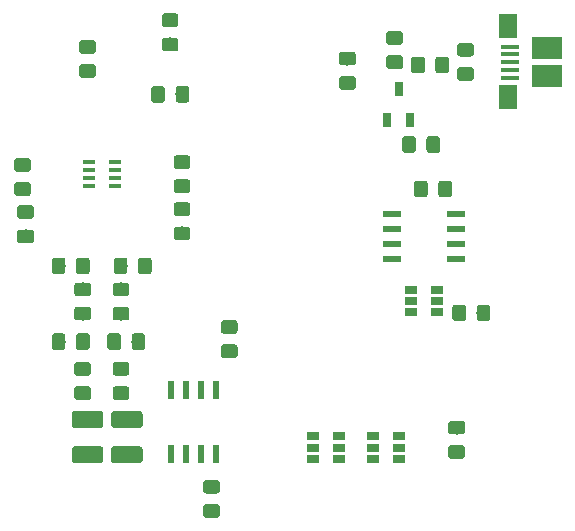
<source format=gbr>
%TF.GenerationSoftware,KiCad,Pcbnew,5.0.0+dfsg1-2*%
%TF.CreationDate,2019-12-09T14:25:11+01:00*%
%TF.ProjectId,pmod2,706D6F64322E6B696361645F70636200,rev?*%
%TF.SameCoordinates,Original*%
%TF.FileFunction,Paste,Top*%
%TF.FilePolarity,Positive*%
%FSLAX46Y46*%
G04 Gerber Fmt 4.6, Leading zero omitted, Abs format (unit mm)*
G04 Created by KiCad (PCBNEW 5.0.0+dfsg1-2) date Mon Dec  9 14:25:11 2019*
%MOMM*%
%LPD*%
G01*
G04 APERTURE LIST*
%ADD10R,0.600000X1.550000*%
%ADD11C,0.100000*%
%ADD12C,1.150000*%
%ADD13R,1.550000X0.600000*%
%ADD14R,0.650000X1.220000*%
%ADD15R,1.060000X0.400000*%
%ADD16R,1.060000X0.650000*%
%ADD17C,1.425000*%
%ADD18R,1.500000X2.000000*%
%ADD19R,1.650000X0.400000*%
%ADD20R,2.500000X1.900000*%
G04 APERTURE END LIST*
D10*
X143845000Y-146300000D03*
X145115000Y-146300000D03*
X146385000Y-146300000D03*
X147655000Y-146300000D03*
X147655000Y-151700000D03*
X146385000Y-151700000D03*
X145115000Y-151700000D03*
X143845000Y-151700000D03*
D11*
G36*
X131974505Y-130651204D02*
X131998773Y-130654804D01*
X132022572Y-130660765D01*
X132045671Y-130669030D01*
X132067850Y-130679520D01*
X132088893Y-130692132D01*
X132108599Y-130706747D01*
X132126777Y-130723223D01*
X132143253Y-130741401D01*
X132157868Y-130761107D01*
X132170480Y-130782150D01*
X132180970Y-130804329D01*
X132189235Y-130827428D01*
X132195196Y-130851227D01*
X132198796Y-130875495D01*
X132200000Y-130899999D01*
X132200000Y-131550001D01*
X132198796Y-131574505D01*
X132195196Y-131598773D01*
X132189235Y-131622572D01*
X132180970Y-131645671D01*
X132170480Y-131667850D01*
X132157868Y-131688893D01*
X132143253Y-131708599D01*
X132126777Y-131726777D01*
X132108599Y-131743253D01*
X132088893Y-131757868D01*
X132067850Y-131770480D01*
X132045671Y-131780970D01*
X132022572Y-131789235D01*
X131998773Y-131795196D01*
X131974505Y-131798796D01*
X131950001Y-131800000D01*
X131049999Y-131800000D01*
X131025495Y-131798796D01*
X131001227Y-131795196D01*
X130977428Y-131789235D01*
X130954329Y-131780970D01*
X130932150Y-131770480D01*
X130911107Y-131757868D01*
X130891401Y-131743253D01*
X130873223Y-131726777D01*
X130856747Y-131708599D01*
X130842132Y-131688893D01*
X130829520Y-131667850D01*
X130819030Y-131645671D01*
X130810765Y-131622572D01*
X130804804Y-131598773D01*
X130801204Y-131574505D01*
X130800000Y-131550001D01*
X130800000Y-130899999D01*
X130801204Y-130875495D01*
X130804804Y-130851227D01*
X130810765Y-130827428D01*
X130819030Y-130804329D01*
X130829520Y-130782150D01*
X130842132Y-130761107D01*
X130856747Y-130741401D01*
X130873223Y-130723223D01*
X130891401Y-130706747D01*
X130911107Y-130692132D01*
X130932150Y-130679520D01*
X130954329Y-130669030D01*
X130977428Y-130660765D01*
X131001227Y-130654804D01*
X131025495Y-130651204D01*
X131049999Y-130650000D01*
X131950001Y-130650000D01*
X131974505Y-130651204D01*
X131974505Y-130651204D01*
G37*
D12*
X131500000Y-131225000D03*
D11*
G36*
X131974505Y-132701204D02*
X131998773Y-132704804D01*
X132022572Y-132710765D01*
X132045671Y-132719030D01*
X132067850Y-132729520D01*
X132088893Y-132742132D01*
X132108599Y-132756747D01*
X132126777Y-132773223D01*
X132143253Y-132791401D01*
X132157868Y-132811107D01*
X132170480Y-132832150D01*
X132180970Y-132854329D01*
X132189235Y-132877428D01*
X132195196Y-132901227D01*
X132198796Y-132925495D01*
X132200000Y-132949999D01*
X132200000Y-133600001D01*
X132198796Y-133624505D01*
X132195196Y-133648773D01*
X132189235Y-133672572D01*
X132180970Y-133695671D01*
X132170480Y-133717850D01*
X132157868Y-133738893D01*
X132143253Y-133758599D01*
X132126777Y-133776777D01*
X132108599Y-133793253D01*
X132088893Y-133807868D01*
X132067850Y-133820480D01*
X132045671Y-133830970D01*
X132022572Y-133839235D01*
X131998773Y-133845196D01*
X131974505Y-133848796D01*
X131950001Y-133850000D01*
X131049999Y-133850000D01*
X131025495Y-133848796D01*
X131001227Y-133845196D01*
X130977428Y-133839235D01*
X130954329Y-133830970D01*
X130932150Y-133820480D01*
X130911107Y-133807868D01*
X130891401Y-133793253D01*
X130873223Y-133776777D01*
X130856747Y-133758599D01*
X130842132Y-133738893D01*
X130829520Y-133717850D01*
X130819030Y-133695671D01*
X130810765Y-133672572D01*
X130804804Y-133648773D01*
X130801204Y-133624505D01*
X130800000Y-133600001D01*
X130800000Y-132949999D01*
X130801204Y-132925495D01*
X130804804Y-132901227D01*
X130810765Y-132877428D01*
X130819030Y-132854329D01*
X130829520Y-132832150D01*
X130842132Y-132811107D01*
X130856747Y-132791401D01*
X130873223Y-132773223D01*
X130891401Y-132756747D01*
X130911107Y-132742132D01*
X130932150Y-132729520D01*
X130954329Y-132719030D01*
X130977428Y-132710765D01*
X131001227Y-132704804D01*
X131025495Y-132701204D01*
X131049999Y-132700000D01*
X131950001Y-132700000D01*
X131974505Y-132701204D01*
X131974505Y-132701204D01*
G37*
D12*
X131500000Y-133275000D03*
D11*
G36*
X145224505Y-130401204D02*
X145248773Y-130404804D01*
X145272572Y-130410765D01*
X145295671Y-130419030D01*
X145317850Y-130429520D01*
X145338893Y-130442132D01*
X145358599Y-130456747D01*
X145376777Y-130473223D01*
X145393253Y-130491401D01*
X145407868Y-130511107D01*
X145420480Y-130532150D01*
X145430970Y-130554329D01*
X145439235Y-130577428D01*
X145445196Y-130601227D01*
X145448796Y-130625495D01*
X145450000Y-130649999D01*
X145450000Y-131300001D01*
X145448796Y-131324505D01*
X145445196Y-131348773D01*
X145439235Y-131372572D01*
X145430970Y-131395671D01*
X145420480Y-131417850D01*
X145407868Y-131438893D01*
X145393253Y-131458599D01*
X145376777Y-131476777D01*
X145358599Y-131493253D01*
X145338893Y-131507868D01*
X145317850Y-131520480D01*
X145295671Y-131530970D01*
X145272572Y-131539235D01*
X145248773Y-131545196D01*
X145224505Y-131548796D01*
X145200001Y-131550000D01*
X144299999Y-131550000D01*
X144275495Y-131548796D01*
X144251227Y-131545196D01*
X144227428Y-131539235D01*
X144204329Y-131530970D01*
X144182150Y-131520480D01*
X144161107Y-131507868D01*
X144141401Y-131493253D01*
X144123223Y-131476777D01*
X144106747Y-131458599D01*
X144092132Y-131438893D01*
X144079520Y-131417850D01*
X144069030Y-131395671D01*
X144060765Y-131372572D01*
X144054804Y-131348773D01*
X144051204Y-131324505D01*
X144050000Y-131300001D01*
X144050000Y-130649999D01*
X144051204Y-130625495D01*
X144054804Y-130601227D01*
X144060765Y-130577428D01*
X144069030Y-130554329D01*
X144079520Y-130532150D01*
X144092132Y-130511107D01*
X144106747Y-130491401D01*
X144123223Y-130473223D01*
X144141401Y-130456747D01*
X144161107Y-130442132D01*
X144182150Y-130429520D01*
X144204329Y-130419030D01*
X144227428Y-130410765D01*
X144251227Y-130404804D01*
X144275495Y-130401204D01*
X144299999Y-130400000D01*
X145200001Y-130400000D01*
X145224505Y-130401204D01*
X145224505Y-130401204D01*
G37*
D12*
X144750000Y-130975000D03*
D11*
G36*
X145224505Y-132451204D02*
X145248773Y-132454804D01*
X145272572Y-132460765D01*
X145295671Y-132469030D01*
X145317850Y-132479520D01*
X145338893Y-132492132D01*
X145358599Y-132506747D01*
X145376777Y-132523223D01*
X145393253Y-132541401D01*
X145407868Y-132561107D01*
X145420480Y-132582150D01*
X145430970Y-132604329D01*
X145439235Y-132627428D01*
X145445196Y-132651227D01*
X145448796Y-132675495D01*
X145450000Y-132699999D01*
X145450000Y-133350001D01*
X145448796Y-133374505D01*
X145445196Y-133398773D01*
X145439235Y-133422572D01*
X145430970Y-133445671D01*
X145420480Y-133467850D01*
X145407868Y-133488893D01*
X145393253Y-133508599D01*
X145376777Y-133526777D01*
X145358599Y-133543253D01*
X145338893Y-133557868D01*
X145317850Y-133570480D01*
X145295671Y-133580970D01*
X145272572Y-133589235D01*
X145248773Y-133595196D01*
X145224505Y-133598796D01*
X145200001Y-133600000D01*
X144299999Y-133600000D01*
X144275495Y-133598796D01*
X144251227Y-133595196D01*
X144227428Y-133589235D01*
X144204329Y-133580970D01*
X144182150Y-133570480D01*
X144161107Y-133557868D01*
X144141401Y-133543253D01*
X144123223Y-133526777D01*
X144106747Y-133508599D01*
X144092132Y-133488893D01*
X144079520Y-133467850D01*
X144069030Y-133445671D01*
X144060765Y-133422572D01*
X144054804Y-133398773D01*
X144051204Y-133374505D01*
X144050000Y-133350001D01*
X144050000Y-132699999D01*
X144051204Y-132675495D01*
X144054804Y-132651227D01*
X144060765Y-132627428D01*
X144069030Y-132604329D01*
X144079520Y-132582150D01*
X144092132Y-132561107D01*
X144106747Y-132541401D01*
X144123223Y-132523223D01*
X144141401Y-132506747D01*
X144161107Y-132492132D01*
X144182150Y-132479520D01*
X144204329Y-132469030D01*
X144227428Y-132460765D01*
X144251227Y-132454804D01*
X144275495Y-132451204D01*
X144299999Y-132450000D01*
X145200001Y-132450000D01*
X145224505Y-132451204D01*
X145224505Y-132451204D01*
G37*
D12*
X144750000Y-133025000D03*
D11*
G36*
X145224505Y-126401204D02*
X145248773Y-126404804D01*
X145272572Y-126410765D01*
X145295671Y-126419030D01*
X145317850Y-126429520D01*
X145338893Y-126442132D01*
X145358599Y-126456747D01*
X145376777Y-126473223D01*
X145393253Y-126491401D01*
X145407868Y-126511107D01*
X145420480Y-126532150D01*
X145430970Y-126554329D01*
X145439235Y-126577428D01*
X145445196Y-126601227D01*
X145448796Y-126625495D01*
X145450000Y-126649999D01*
X145450000Y-127300001D01*
X145448796Y-127324505D01*
X145445196Y-127348773D01*
X145439235Y-127372572D01*
X145430970Y-127395671D01*
X145420480Y-127417850D01*
X145407868Y-127438893D01*
X145393253Y-127458599D01*
X145376777Y-127476777D01*
X145358599Y-127493253D01*
X145338893Y-127507868D01*
X145317850Y-127520480D01*
X145295671Y-127530970D01*
X145272572Y-127539235D01*
X145248773Y-127545196D01*
X145224505Y-127548796D01*
X145200001Y-127550000D01*
X144299999Y-127550000D01*
X144275495Y-127548796D01*
X144251227Y-127545196D01*
X144227428Y-127539235D01*
X144204329Y-127530970D01*
X144182150Y-127520480D01*
X144161107Y-127507868D01*
X144141401Y-127493253D01*
X144123223Y-127476777D01*
X144106747Y-127458599D01*
X144092132Y-127438893D01*
X144079520Y-127417850D01*
X144069030Y-127395671D01*
X144060765Y-127372572D01*
X144054804Y-127348773D01*
X144051204Y-127324505D01*
X144050000Y-127300001D01*
X144050000Y-126649999D01*
X144051204Y-126625495D01*
X144054804Y-126601227D01*
X144060765Y-126577428D01*
X144069030Y-126554329D01*
X144079520Y-126532150D01*
X144092132Y-126511107D01*
X144106747Y-126491401D01*
X144123223Y-126473223D01*
X144141401Y-126456747D01*
X144161107Y-126442132D01*
X144182150Y-126429520D01*
X144204329Y-126419030D01*
X144227428Y-126410765D01*
X144251227Y-126404804D01*
X144275495Y-126401204D01*
X144299999Y-126400000D01*
X145200001Y-126400000D01*
X145224505Y-126401204D01*
X145224505Y-126401204D01*
G37*
D12*
X144750000Y-126975000D03*
D11*
G36*
X145224505Y-128451204D02*
X145248773Y-128454804D01*
X145272572Y-128460765D01*
X145295671Y-128469030D01*
X145317850Y-128479520D01*
X145338893Y-128492132D01*
X145358599Y-128506747D01*
X145376777Y-128523223D01*
X145393253Y-128541401D01*
X145407868Y-128561107D01*
X145420480Y-128582150D01*
X145430970Y-128604329D01*
X145439235Y-128627428D01*
X145445196Y-128651227D01*
X145448796Y-128675495D01*
X145450000Y-128699999D01*
X145450000Y-129350001D01*
X145448796Y-129374505D01*
X145445196Y-129398773D01*
X145439235Y-129422572D01*
X145430970Y-129445671D01*
X145420480Y-129467850D01*
X145407868Y-129488893D01*
X145393253Y-129508599D01*
X145376777Y-129526777D01*
X145358599Y-129543253D01*
X145338893Y-129557868D01*
X145317850Y-129570480D01*
X145295671Y-129580970D01*
X145272572Y-129589235D01*
X145248773Y-129595196D01*
X145224505Y-129598796D01*
X145200001Y-129600000D01*
X144299999Y-129600000D01*
X144275495Y-129598796D01*
X144251227Y-129595196D01*
X144227428Y-129589235D01*
X144204329Y-129580970D01*
X144182150Y-129570480D01*
X144161107Y-129557868D01*
X144141401Y-129543253D01*
X144123223Y-129526777D01*
X144106747Y-129508599D01*
X144092132Y-129488893D01*
X144079520Y-129467850D01*
X144069030Y-129445671D01*
X144060765Y-129422572D01*
X144054804Y-129398773D01*
X144051204Y-129374505D01*
X144050000Y-129350001D01*
X144050000Y-128699999D01*
X144051204Y-128675495D01*
X144054804Y-128651227D01*
X144060765Y-128627428D01*
X144069030Y-128604329D01*
X144079520Y-128582150D01*
X144092132Y-128561107D01*
X144106747Y-128541401D01*
X144123223Y-128523223D01*
X144141401Y-128506747D01*
X144161107Y-128492132D01*
X144182150Y-128479520D01*
X144204329Y-128469030D01*
X144227428Y-128460765D01*
X144251227Y-128454804D01*
X144275495Y-128451204D01*
X144299999Y-128450000D01*
X145200001Y-128450000D01*
X145224505Y-128451204D01*
X145224505Y-128451204D01*
G37*
D12*
X144750000Y-129025000D03*
D11*
G36*
X145124505Y-120551204D02*
X145148773Y-120554804D01*
X145172572Y-120560765D01*
X145195671Y-120569030D01*
X145217850Y-120579520D01*
X145238893Y-120592132D01*
X145258599Y-120606747D01*
X145276777Y-120623223D01*
X145293253Y-120641401D01*
X145307868Y-120661107D01*
X145320480Y-120682150D01*
X145330970Y-120704329D01*
X145339235Y-120727428D01*
X145345196Y-120751227D01*
X145348796Y-120775495D01*
X145350000Y-120799999D01*
X145350000Y-121700001D01*
X145348796Y-121724505D01*
X145345196Y-121748773D01*
X145339235Y-121772572D01*
X145330970Y-121795671D01*
X145320480Y-121817850D01*
X145307868Y-121838893D01*
X145293253Y-121858599D01*
X145276777Y-121876777D01*
X145258599Y-121893253D01*
X145238893Y-121907868D01*
X145217850Y-121920480D01*
X145195671Y-121930970D01*
X145172572Y-121939235D01*
X145148773Y-121945196D01*
X145124505Y-121948796D01*
X145100001Y-121950000D01*
X144449999Y-121950000D01*
X144425495Y-121948796D01*
X144401227Y-121945196D01*
X144377428Y-121939235D01*
X144354329Y-121930970D01*
X144332150Y-121920480D01*
X144311107Y-121907868D01*
X144291401Y-121893253D01*
X144273223Y-121876777D01*
X144256747Y-121858599D01*
X144242132Y-121838893D01*
X144229520Y-121817850D01*
X144219030Y-121795671D01*
X144210765Y-121772572D01*
X144204804Y-121748773D01*
X144201204Y-121724505D01*
X144200000Y-121700001D01*
X144200000Y-120799999D01*
X144201204Y-120775495D01*
X144204804Y-120751227D01*
X144210765Y-120727428D01*
X144219030Y-120704329D01*
X144229520Y-120682150D01*
X144242132Y-120661107D01*
X144256747Y-120641401D01*
X144273223Y-120623223D01*
X144291401Y-120606747D01*
X144311107Y-120592132D01*
X144332150Y-120579520D01*
X144354329Y-120569030D01*
X144377428Y-120560765D01*
X144401227Y-120554804D01*
X144425495Y-120551204D01*
X144449999Y-120550000D01*
X145100001Y-120550000D01*
X145124505Y-120551204D01*
X145124505Y-120551204D01*
G37*
D12*
X144775000Y-121250000D03*
D11*
G36*
X143074505Y-120551204D02*
X143098773Y-120554804D01*
X143122572Y-120560765D01*
X143145671Y-120569030D01*
X143167850Y-120579520D01*
X143188893Y-120592132D01*
X143208599Y-120606747D01*
X143226777Y-120623223D01*
X143243253Y-120641401D01*
X143257868Y-120661107D01*
X143270480Y-120682150D01*
X143280970Y-120704329D01*
X143289235Y-120727428D01*
X143295196Y-120751227D01*
X143298796Y-120775495D01*
X143300000Y-120799999D01*
X143300000Y-121700001D01*
X143298796Y-121724505D01*
X143295196Y-121748773D01*
X143289235Y-121772572D01*
X143280970Y-121795671D01*
X143270480Y-121817850D01*
X143257868Y-121838893D01*
X143243253Y-121858599D01*
X143226777Y-121876777D01*
X143208599Y-121893253D01*
X143188893Y-121907868D01*
X143167850Y-121920480D01*
X143145671Y-121930970D01*
X143122572Y-121939235D01*
X143098773Y-121945196D01*
X143074505Y-121948796D01*
X143050001Y-121950000D01*
X142399999Y-121950000D01*
X142375495Y-121948796D01*
X142351227Y-121945196D01*
X142327428Y-121939235D01*
X142304329Y-121930970D01*
X142282150Y-121920480D01*
X142261107Y-121907868D01*
X142241401Y-121893253D01*
X142223223Y-121876777D01*
X142206747Y-121858599D01*
X142192132Y-121838893D01*
X142179520Y-121817850D01*
X142169030Y-121795671D01*
X142160765Y-121772572D01*
X142154804Y-121748773D01*
X142151204Y-121724505D01*
X142150000Y-121700001D01*
X142150000Y-120799999D01*
X142151204Y-120775495D01*
X142154804Y-120751227D01*
X142160765Y-120727428D01*
X142169030Y-120704329D01*
X142179520Y-120682150D01*
X142192132Y-120661107D01*
X142206747Y-120641401D01*
X142223223Y-120623223D01*
X142241401Y-120606747D01*
X142261107Y-120592132D01*
X142282150Y-120579520D01*
X142304329Y-120569030D01*
X142327428Y-120560765D01*
X142351227Y-120554804D01*
X142375495Y-120551204D01*
X142399999Y-120550000D01*
X143050001Y-120550000D01*
X143074505Y-120551204D01*
X143074505Y-120551204D01*
G37*
D12*
X142725000Y-121250000D03*
D11*
G36*
X137224505Y-118701204D02*
X137248773Y-118704804D01*
X137272572Y-118710765D01*
X137295671Y-118719030D01*
X137317850Y-118729520D01*
X137338893Y-118742132D01*
X137358599Y-118756747D01*
X137376777Y-118773223D01*
X137393253Y-118791401D01*
X137407868Y-118811107D01*
X137420480Y-118832150D01*
X137430970Y-118854329D01*
X137439235Y-118877428D01*
X137445196Y-118901227D01*
X137448796Y-118925495D01*
X137450000Y-118949999D01*
X137450000Y-119600001D01*
X137448796Y-119624505D01*
X137445196Y-119648773D01*
X137439235Y-119672572D01*
X137430970Y-119695671D01*
X137420480Y-119717850D01*
X137407868Y-119738893D01*
X137393253Y-119758599D01*
X137376777Y-119776777D01*
X137358599Y-119793253D01*
X137338893Y-119807868D01*
X137317850Y-119820480D01*
X137295671Y-119830970D01*
X137272572Y-119839235D01*
X137248773Y-119845196D01*
X137224505Y-119848796D01*
X137200001Y-119850000D01*
X136299999Y-119850000D01*
X136275495Y-119848796D01*
X136251227Y-119845196D01*
X136227428Y-119839235D01*
X136204329Y-119830970D01*
X136182150Y-119820480D01*
X136161107Y-119807868D01*
X136141401Y-119793253D01*
X136123223Y-119776777D01*
X136106747Y-119758599D01*
X136092132Y-119738893D01*
X136079520Y-119717850D01*
X136069030Y-119695671D01*
X136060765Y-119672572D01*
X136054804Y-119648773D01*
X136051204Y-119624505D01*
X136050000Y-119600001D01*
X136050000Y-118949999D01*
X136051204Y-118925495D01*
X136054804Y-118901227D01*
X136060765Y-118877428D01*
X136069030Y-118854329D01*
X136079520Y-118832150D01*
X136092132Y-118811107D01*
X136106747Y-118791401D01*
X136123223Y-118773223D01*
X136141401Y-118756747D01*
X136161107Y-118742132D01*
X136182150Y-118729520D01*
X136204329Y-118719030D01*
X136227428Y-118710765D01*
X136251227Y-118704804D01*
X136275495Y-118701204D01*
X136299999Y-118700000D01*
X137200001Y-118700000D01*
X137224505Y-118701204D01*
X137224505Y-118701204D01*
G37*
D12*
X136750000Y-119275000D03*
D11*
G36*
X137224505Y-116651204D02*
X137248773Y-116654804D01*
X137272572Y-116660765D01*
X137295671Y-116669030D01*
X137317850Y-116679520D01*
X137338893Y-116692132D01*
X137358599Y-116706747D01*
X137376777Y-116723223D01*
X137393253Y-116741401D01*
X137407868Y-116761107D01*
X137420480Y-116782150D01*
X137430970Y-116804329D01*
X137439235Y-116827428D01*
X137445196Y-116851227D01*
X137448796Y-116875495D01*
X137450000Y-116899999D01*
X137450000Y-117550001D01*
X137448796Y-117574505D01*
X137445196Y-117598773D01*
X137439235Y-117622572D01*
X137430970Y-117645671D01*
X137420480Y-117667850D01*
X137407868Y-117688893D01*
X137393253Y-117708599D01*
X137376777Y-117726777D01*
X137358599Y-117743253D01*
X137338893Y-117757868D01*
X137317850Y-117770480D01*
X137295671Y-117780970D01*
X137272572Y-117789235D01*
X137248773Y-117795196D01*
X137224505Y-117798796D01*
X137200001Y-117800000D01*
X136299999Y-117800000D01*
X136275495Y-117798796D01*
X136251227Y-117795196D01*
X136227428Y-117789235D01*
X136204329Y-117780970D01*
X136182150Y-117770480D01*
X136161107Y-117757868D01*
X136141401Y-117743253D01*
X136123223Y-117726777D01*
X136106747Y-117708599D01*
X136092132Y-117688893D01*
X136079520Y-117667850D01*
X136069030Y-117645671D01*
X136060765Y-117622572D01*
X136054804Y-117598773D01*
X136051204Y-117574505D01*
X136050000Y-117550001D01*
X136050000Y-116899999D01*
X136051204Y-116875495D01*
X136054804Y-116851227D01*
X136060765Y-116827428D01*
X136069030Y-116804329D01*
X136079520Y-116782150D01*
X136092132Y-116761107D01*
X136106747Y-116741401D01*
X136123223Y-116723223D01*
X136141401Y-116706747D01*
X136161107Y-116692132D01*
X136182150Y-116679520D01*
X136204329Y-116669030D01*
X136227428Y-116660765D01*
X136251227Y-116654804D01*
X136275495Y-116651204D01*
X136299999Y-116650000D01*
X137200001Y-116650000D01*
X137224505Y-116651204D01*
X137224505Y-116651204D01*
G37*
D12*
X136750000Y-117225000D03*
D11*
G36*
X131724505Y-128701204D02*
X131748773Y-128704804D01*
X131772572Y-128710765D01*
X131795671Y-128719030D01*
X131817850Y-128729520D01*
X131838893Y-128742132D01*
X131858599Y-128756747D01*
X131876777Y-128773223D01*
X131893253Y-128791401D01*
X131907868Y-128811107D01*
X131920480Y-128832150D01*
X131930970Y-128854329D01*
X131939235Y-128877428D01*
X131945196Y-128901227D01*
X131948796Y-128925495D01*
X131950000Y-128949999D01*
X131950000Y-129600001D01*
X131948796Y-129624505D01*
X131945196Y-129648773D01*
X131939235Y-129672572D01*
X131930970Y-129695671D01*
X131920480Y-129717850D01*
X131907868Y-129738893D01*
X131893253Y-129758599D01*
X131876777Y-129776777D01*
X131858599Y-129793253D01*
X131838893Y-129807868D01*
X131817850Y-129820480D01*
X131795671Y-129830970D01*
X131772572Y-129839235D01*
X131748773Y-129845196D01*
X131724505Y-129848796D01*
X131700001Y-129850000D01*
X130799999Y-129850000D01*
X130775495Y-129848796D01*
X130751227Y-129845196D01*
X130727428Y-129839235D01*
X130704329Y-129830970D01*
X130682150Y-129820480D01*
X130661107Y-129807868D01*
X130641401Y-129793253D01*
X130623223Y-129776777D01*
X130606747Y-129758599D01*
X130592132Y-129738893D01*
X130579520Y-129717850D01*
X130569030Y-129695671D01*
X130560765Y-129672572D01*
X130554804Y-129648773D01*
X130551204Y-129624505D01*
X130550000Y-129600001D01*
X130550000Y-128949999D01*
X130551204Y-128925495D01*
X130554804Y-128901227D01*
X130560765Y-128877428D01*
X130569030Y-128854329D01*
X130579520Y-128832150D01*
X130592132Y-128811107D01*
X130606747Y-128791401D01*
X130623223Y-128773223D01*
X130641401Y-128756747D01*
X130661107Y-128742132D01*
X130682150Y-128729520D01*
X130704329Y-128719030D01*
X130727428Y-128710765D01*
X130751227Y-128704804D01*
X130775495Y-128701204D01*
X130799999Y-128700000D01*
X131700001Y-128700000D01*
X131724505Y-128701204D01*
X131724505Y-128701204D01*
G37*
D12*
X131250000Y-129275000D03*
D11*
G36*
X131724505Y-126651204D02*
X131748773Y-126654804D01*
X131772572Y-126660765D01*
X131795671Y-126669030D01*
X131817850Y-126679520D01*
X131838893Y-126692132D01*
X131858599Y-126706747D01*
X131876777Y-126723223D01*
X131893253Y-126741401D01*
X131907868Y-126761107D01*
X131920480Y-126782150D01*
X131930970Y-126804329D01*
X131939235Y-126827428D01*
X131945196Y-126851227D01*
X131948796Y-126875495D01*
X131950000Y-126899999D01*
X131950000Y-127550001D01*
X131948796Y-127574505D01*
X131945196Y-127598773D01*
X131939235Y-127622572D01*
X131930970Y-127645671D01*
X131920480Y-127667850D01*
X131907868Y-127688893D01*
X131893253Y-127708599D01*
X131876777Y-127726777D01*
X131858599Y-127743253D01*
X131838893Y-127757868D01*
X131817850Y-127770480D01*
X131795671Y-127780970D01*
X131772572Y-127789235D01*
X131748773Y-127795196D01*
X131724505Y-127798796D01*
X131700001Y-127800000D01*
X130799999Y-127800000D01*
X130775495Y-127798796D01*
X130751227Y-127795196D01*
X130727428Y-127789235D01*
X130704329Y-127780970D01*
X130682150Y-127770480D01*
X130661107Y-127757868D01*
X130641401Y-127743253D01*
X130623223Y-127726777D01*
X130606747Y-127708599D01*
X130592132Y-127688893D01*
X130579520Y-127667850D01*
X130569030Y-127645671D01*
X130560765Y-127622572D01*
X130554804Y-127598773D01*
X130551204Y-127574505D01*
X130550000Y-127550001D01*
X130550000Y-126899999D01*
X130551204Y-126875495D01*
X130554804Y-126851227D01*
X130560765Y-126827428D01*
X130569030Y-126804329D01*
X130579520Y-126782150D01*
X130592132Y-126761107D01*
X130606747Y-126741401D01*
X130623223Y-126723223D01*
X130641401Y-126706747D01*
X130661107Y-126692132D01*
X130682150Y-126679520D01*
X130704329Y-126669030D01*
X130727428Y-126660765D01*
X130751227Y-126654804D01*
X130775495Y-126651204D01*
X130799999Y-126650000D01*
X131700001Y-126650000D01*
X131724505Y-126651204D01*
X131724505Y-126651204D01*
G37*
D12*
X131250000Y-127225000D03*
D13*
X162550000Y-131345000D03*
X162550000Y-132615000D03*
X162550000Y-133885000D03*
X162550000Y-135155000D03*
X167950000Y-135155000D03*
X167950000Y-133885000D03*
X167950000Y-132615000D03*
X167950000Y-131345000D03*
D11*
G36*
X159224505Y-117651204D02*
X159248773Y-117654804D01*
X159272572Y-117660765D01*
X159295671Y-117669030D01*
X159317850Y-117679520D01*
X159338893Y-117692132D01*
X159358599Y-117706747D01*
X159376777Y-117723223D01*
X159393253Y-117741401D01*
X159407868Y-117761107D01*
X159420480Y-117782150D01*
X159430970Y-117804329D01*
X159439235Y-117827428D01*
X159445196Y-117851227D01*
X159448796Y-117875495D01*
X159450000Y-117899999D01*
X159450000Y-118550001D01*
X159448796Y-118574505D01*
X159445196Y-118598773D01*
X159439235Y-118622572D01*
X159430970Y-118645671D01*
X159420480Y-118667850D01*
X159407868Y-118688893D01*
X159393253Y-118708599D01*
X159376777Y-118726777D01*
X159358599Y-118743253D01*
X159338893Y-118757868D01*
X159317850Y-118770480D01*
X159295671Y-118780970D01*
X159272572Y-118789235D01*
X159248773Y-118795196D01*
X159224505Y-118798796D01*
X159200001Y-118800000D01*
X158299999Y-118800000D01*
X158275495Y-118798796D01*
X158251227Y-118795196D01*
X158227428Y-118789235D01*
X158204329Y-118780970D01*
X158182150Y-118770480D01*
X158161107Y-118757868D01*
X158141401Y-118743253D01*
X158123223Y-118726777D01*
X158106747Y-118708599D01*
X158092132Y-118688893D01*
X158079520Y-118667850D01*
X158069030Y-118645671D01*
X158060765Y-118622572D01*
X158054804Y-118598773D01*
X158051204Y-118574505D01*
X158050000Y-118550001D01*
X158050000Y-117899999D01*
X158051204Y-117875495D01*
X158054804Y-117851227D01*
X158060765Y-117827428D01*
X158069030Y-117804329D01*
X158079520Y-117782150D01*
X158092132Y-117761107D01*
X158106747Y-117741401D01*
X158123223Y-117723223D01*
X158141401Y-117706747D01*
X158161107Y-117692132D01*
X158182150Y-117679520D01*
X158204329Y-117669030D01*
X158227428Y-117660765D01*
X158251227Y-117654804D01*
X158275495Y-117651204D01*
X158299999Y-117650000D01*
X159200001Y-117650000D01*
X159224505Y-117651204D01*
X159224505Y-117651204D01*
G37*
D12*
X158750000Y-118225000D03*
D11*
G36*
X159224505Y-119701204D02*
X159248773Y-119704804D01*
X159272572Y-119710765D01*
X159295671Y-119719030D01*
X159317850Y-119729520D01*
X159338893Y-119742132D01*
X159358599Y-119756747D01*
X159376777Y-119773223D01*
X159393253Y-119791401D01*
X159407868Y-119811107D01*
X159420480Y-119832150D01*
X159430970Y-119854329D01*
X159439235Y-119877428D01*
X159445196Y-119901227D01*
X159448796Y-119925495D01*
X159450000Y-119949999D01*
X159450000Y-120600001D01*
X159448796Y-120624505D01*
X159445196Y-120648773D01*
X159439235Y-120672572D01*
X159430970Y-120695671D01*
X159420480Y-120717850D01*
X159407868Y-120738893D01*
X159393253Y-120758599D01*
X159376777Y-120776777D01*
X159358599Y-120793253D01*
X159338893Y-120807868D01*
X159317850Y-120820480D01*
X159295671Y-120830970D01*
X159272572Y-120839235D01*
X159248773Y-120845196D01*
X159224505Y-120848796D01*
X159200001Y-120850000D01*
X158299999Y-120850000D01*
X158275495Y-120848796D01*
X158251227Y-120845196D01*
X158227428Y-120839235D01*
X158204329Y-120830970D01*
X158182150Y-120820480D01*
X158161107Y-120807868D01*
X158141401Y-120793253D01*
X158123223Y-120776777D01*
X158106747Y-120758599D01*
X158092132Y-120738893D01*
X158079520Y-120717850D01*
X158069030Y-120695671D01*
X158060765Y-120672572D01*
X158054804Y-120648773D01*
X158051204Y-120624505D01*
X158050000Y-120600001D01*
X158050000Y-119949999D01*
X158051204Y-119925495D01*
X158054804Y-119901227D01*
X158060765Y-119877428D01*
X158069030Y-119854329D01*
X158079520Y-119832150D01*
X158092132Y-119811107D01*
X158106747Y-119791401D01*
X158123223Y-119773223D01*
X158141401Y-119756747D01*
X158161107Y-119742132D01*
X158182150Y-119729520D01*
X158204329Y-119719030D01*
X158227428Y-119710765D01*
X158251227Y-119704804D01*
X158275495Y-119701204D01*
X158299999Y-119700000D01*
X159200001Y-119700000D01*
X159224505Y-119701204D01*
X159224505Y-119701204D01*
G37*
D12*
X158750000Y-120275000D03*
D11*
G36*
X147724505Y-155951204D02*
X147748773Y-155954804D01*
X147772572Y-155960765D01*
X147795671Y-155969030D01*
X147817850Y-155979520D01*
X147838893Y-155992132D01*
X147858599Y-156006747D01*
X147876777Y-156023223D01*
X147893253Y-156041401D01*
X147907868Y-156061107D01*
X147920480Y-156082150D01*
X147930970Y-156104329D01*
X147939235Y-156127428D01*
X147945196Y-156151227D01*
X147948796Y-156175495D01*
X147950000Y-156199999D01*
X147950000Y-156850001D01*
X147948796Y-156874505D01*
X147945196Y-156898773D01*
X147939235Y-156922572D01*
X147930970Y-156945671D01*
X147920480Y-156967850D01*
X147907868Y-156988893D01*
X147893253Y-157008599D01*
X147876777Y-157026777D01*
X147858599Y-157043253D01*
X147838893Y-157057868D01*
X147817850Y-157070480D01*
X147795671Y-157080970D01*
X147772572Y-157089235D01*
X147748773Y-157095196D01*
X147724505Y-157098796D01*
X147700001Y-157100000D01*
X146799999Y-157100000D01*
X146775495Y-157098796D01*
X146751227Y-157095196D01*
X146727428Y-157089235D01*
X146704329Y-157080970D01*
X146682150Y-157070480D01*
X146661107Y-157057868D01*
X146641401Y-157043253D01*
X146623223Y-157026777D01*
X146606747Y-157008599D01*
X146592132Y-156988893D01*
X146579520Y-156967850D01*
X146569030Y-156945671D01*
X146560765Y-156922572D01*
X146554804Y-156898773D01*
X146551204Y-156874505D01*
X146550000Y-156850001D01*
X146550000Y-156199999D01*
X146551204Y-156175495D01*
X146554804Y-156151227D01*
X146560765Y-156127428D01*
X146569030Y-156104329D01*
X146579520Y-156082150D01*
X146592132Y-156061107D01*
X146606747Y-156041401D01*
X146623223Y-156023223D01*
X146641401Y-156006747D01*
X146661107Y-155992132D01*
X146682150Y-155979520D01*
X146704329Y-155969030D01*
X146727428Y-155960765D01*
X146751227Y-155954804D01*
X146775495Y-155951204D01*
X146799999Y-155950000D01*
X147700001Y-155950000D01*
X147724505Y-155951204D01*
X147724505Y-155951204D01*
G37*
D12*
X147250000Y-156525000D03*
D11*
G36*
X147724505Y-153901204D02*
X147748773Y-153904804D01*
X147772572Y-153910765D01*
X147795671Y-153919030D01*
X147817850Y-153929520D01*
X147838893Y-153942132D01*
X147858599Y-153956747D01*
X147876777Y-153973223D01*
X147893253Y-153991401D01*
X147907868Y-154011107D01*
X147920480Y-154032150D01*
X147930970Y-154054329D01*
X147939235Y-154077428D01*
X147945196Y-154101227D01*
X147948796Y-154125495D01*
X147950000Y-154149999D01*
X147950000Y-154800001D01*
X147948796Y-154824505D01*
X147945196Y-154848773D01*
X147939235Y-154872572D01*
X147930970Y-154895671D01*
X147920480Y-154917850D01*
X147907868Y-154938893D01*
X147893253Y-154958599D01*
X147876777Y-154976777D01*
X147858599Y-154993253D01*
X147838893Y-155007868D01*
X147817850Y-155020480D01*
X147795671Y-155030970D01*
X147772572Y-155039235D01*
X147748773Y-155045196D01*
X147724505Y-155048796D01*
X147700001Y-155050000D01*
X146799999Y-155050000D01*
X146775495Y-155048796D01*
X146751227Y-155045196D01*
X146727428Y-155039235D01*
X146704329Y-155030970D01*
X146682150Y-155020480D01*
X146661107Y-155007868D01*
X146641401Y-154993253D01*
X146623223Y-154976777D01*
X146606747Y-154958599D01*
X146592132Y-154938893D01*
X146579520Y-154917850D01*
X146569030Y-154895671D01*
X146560765Y-154872572D01*
X146554804Y-154848773D01*
X146551204Y-154824505D01*
X146550000Y-154800001D01*
X146550000Y-154149999D01*
X146551204Y-154125495D01*
X146554804Y-154101227D01*
X146560765Y-154077428D01*
X146569030Y-154054329D01*
X146579520Y-154032150D01*
X146592132Y-154011107D01*
X146606747Y-153991401D01*
X146623223Y-153973223D01*
X146641401Y-153956747D01*
X146661107Y-153942132D01*
X146682150Y-153929520D01*
X146704329Y-153919030D01*
X146727428Y-153910765D01*
X146751227Y-153904804D01*
X146775495Y-153901204D01*
X146799999Y-153900000D01*
X147700001Y-153900000D01*
X147724505Y-153901204D01*
X147724505Y-153901204D01*
G37*
D12*
X147250000Y-154475000D03*
D11*
G36*
X144224505Y-114401204D02*
X144248773Y-114404804D01*
X144272572Y-114410765D01*
X144295671Y-114419030D01*
X144317850Y-114429520D01*
X144338893Y-114442132D01*
X144358599Y-114456747D01*
X144376777Y-114473223D01*
X144393253Y-114491401D01*
X144407868Y-114511107D01*
X144420480Y-114532150D01*
X144430970Y-114554329D01*
X144439235Y-114577428D01*
X144445196Y-114601227D01*
X144448796Y-114625495D01*
X144450000Y-114649999D01*
X144450000Y-115300001D01*
X144448796Y-115324505D01*
X144445196Y-115348773D01*
X144439235Y-115372572D01*
X144430970Y-115395671D01*
X144420480Y-115417850D01*
X144407868Y-115438893D01*
X144393253Y-115458599D01*
X144376777Y-115476777D01*
X144358599Y-115493253D01*
X144338893Y-115507868D01*
X144317850Y-115520480D01*
X144295671Y-115530970D01*
X144272572Y-115539235D01*
X144248773Y-115545196D01*
X144224505Y-115548796D01*
X144200001Y-115550000D01*
X143299999Y-115550000D01*
X143275495Y-115548796D01*
X143251227Y-115545196D01*
X143227428Y-115539235D01*
X143204329Y-115530970D01*
X143182150Y-115520480D01*
X143161107Y-115507868D01*
X143141401Y-115493253D01*
X143123223Y-115476777D01*
X143106747Y-115458599D01*
X143092132Y-115438893D01*
X143079520Y-115417850D01*
X143069030Y-115395671D01*
X143060765Y-115372572D01*
X143054804Y-115348773D01*
X143051204Y-115324505D01*
X143050000Y-115300001D01*
X143050000Y-114649999D01*
X143051204Y-114625495D01*
X143054804Y-114601227D01*
X143060765Y-114577428D01*
X143069030Y-114554329D01*
X143079520Y-114532150D01*
X143092132Y-114511107D01*
X143106747Y-114491401D01*
X143123223Y-114473223D01*
X143141401Y-114456747D01*
X143161107Y-114442132D01*
X143182150Y-114429520D01*
X143204329Y-114419030D01*
X143227428Y-114410765D01*
X143251227Y-114404804D01*
X143275495Y-114401204D01*
X143299999Y-114400000D01*
X144200001Y-114400000D01*
X144224505Y-114401204D01*
X144224505Y-114401204D01*
G37*
D12*
X143750000Y-114975000D03*
D11*
G36*
X144224505Y-116451204D02*
X144248773Y-116454804D01*
X144272572Y-116460765D01*
X144295671Y-116469030D01*
X144317850Y-116479520D01*
X144338893Y-116492132D01*
X144358599Y-116506747D01*
X144376777Y-116523223D01*
X144393253Y-116541401D01*
X144407868Y-116561107D01*
X144420480Y-116582150D01*
X144430970Y-116604329D01*
X144439235Y-116627428D01*
X144445196Y-116651227D01*
X144448796Y-116675495D01*
X144450000Y-116699999D01*
X144450000Y-117350001D01*
X144448796Y-117374505D01*
X144445196Y-117398773D01*
X144439235Y-117422572D01*
X144430970Y-117445671D01*
X144420480Y-117467850D01*
X144407868Y-117488893D01*
X144393253Y-117508599D01*
X144376777Y-117526777D01*
X144358599Y-117543253D01*
X144338893Y-117557868D01*
X144317850Y-117570480D01*
X144295671Y-117580970D01*
X144272572Y-117589235D01*
X144248773Y-117595196D01*
X144224505Y-117598796D01*
X144200001Y-117600000D01*
X143299999Y-117600000D01*
X143275495Y-117598796D01*
X143251227Y-117595196D01*
X143227428Y-117589235D01*
X143204329Y-117580970D01*
X143182150Y-117570480D01*
X143161107Y-117557868D01*
X143141401Y-117543253D01*
X143123223Y-117526777D01*
X143106747Y-117508599D01*
X143092132Y-117488893D01*
X143079520Y-117467850D01*
X143069030Y-117445671D01*
X143060765Y-117422572D01*
X143054804Y-117398773D01*
X143051204Y-117374505D01*
X143050000Y-117350001D01*
X143050000Y-116699999D01*
X143051204Y-116675495D01*
X143054804Y-116651227D01*
X143060765Y-116627428D01*
X143069030Y-116604329D01*
X143079520Y-116582150D01*
X143092132Y-116561107D01*
X143106747Y-116541401D01*
X143123223Y-116523223D01*
X143141401Y-116506747D01*
X143161107Y-116492132D01*
X143182150Y-116479520D01*
X143204329Y-116469030D01*
X143227428Y-116460765D01*
X143251227Y-116454804D01*
X143275495Y-116451204D01*
X143299999Y-116450000D01*
X144200001Y-116450000D01*
X144224505Y-116451204D01*
X144224505Y-116451204D01*
G37*
D12*
X143750000Y-117025000D03*
D11*
G36*
X170624505Y-139051204D02*
X170648773Y-139054804D01*
X170672572Y-139060765D01*
X170695671Y-139069030D01*
X170717850Y-139079520D01*
X170738893Y-139092132D01*
X170758599Y-139106747D01*
X170776777Y-139123223D01*
X170793253Y-139141401D01*
X170807868Y-139161107D01*
X170820480Y-139182150D01*
X170830970Y-139204329D01*
X170839235Y-139227428D01*
X170845196Y-139251227D01*
X170848796Y-139275495D01*
X170850000Y-139299999D01*
X170850000Y-140200001D01*
X170848796Y-140224505D01*
X170845196Y-140248773D01*
X170839235Y-140272572D01*
X170830970Y-140295671D01*
X170820480Y-140317850D01*
X170807868Y-140338893D01*
X170793253Y-140358599D01*
X170776777Y-140376777D01*
X170758599Y-140393253D01*
X170738893Y-140407868D01*
X170717850Y-140420480D01*
X170695671Y-140430970D01*
X170672572Y-140439235D01*
X170648773Y-140445196D01*
X170624505Y-140448796D01*
X170600001Y-140450000D01*
X169949999Y-140450000D01*
X169925495Y-140448796D01*
X169901227Y-140445196D01*
X169877428Y-140439235D01*
X169854329Y-140430970D01*
X169832150Y-140420480D01*
X169811107Y-140407868D01*
X169791401Y-140393253D01*
X169773223Y-140376777D01*
X169756747Y-140358599D01*
X169742132Y-140338893D01*
X169729520Y-140317850D01*
X169719030Y-140295671D01*
X169710765Y-140272572D01*
X169704804Y-140248773D01*
X169701204Y-140224505D01*
X169700000Y-140200001D01*
X169700000Y-139299999D01*
X169701204Y-139275495D01*
X169704804Y-139251227D01*
X169710765Y-139227428D01*
X169719030Y-139204329D01*
X169729520Y-139182150D01*
X169742132Y-139161107D01*
X169756747Y-139141401D01*
X169773223Y-139123223D01*
X169791401Y-139106747D01*
X169811107Y-139092132D01*
X169832150Y-139079520D01*
X169854329Y-139069030D01*
X169877428Y-139060765D01*
X169901227Y-139054804D01*
X169925495Y-139051204D01*
X169949999Y-139050000D01*
X170600001Y-139050000D01*
X170624505Y-139051204D01*
X170624505Y-139051204D01*
G37*
D12*
X170275000Y-139750000D03*
D11*
G36*
X168574505Y-139051204D02*
X168598773Y-139054804D01*
X168622572Y-139060765D01*
X168645671Y-139069030D01*
X168667850Y-139079520D01*
X168688893Y-139092132D01*
X168708599Y-139106747D01*
X168726777Y-139123223D01*
X168743253Y-139141401D01*
X168757868Y-139161107D01*
X168770480Y-139182150D01*
X168780970Y-139204329D01*
X168789235Y-139227428D01*
X168795196Y-139251227D01*
X168798796Y-139275495D01*
X168800000Y-139299999D01*
X168800000Y-140200001D01*
X168798796Y-140224505D01*
X168795196Y-140248773D01*
X168789235Y-140272572D01*
X168780970Y-140295671D01*
X168770480Y-140317850D01*
X168757868Y-140338893D01*
X168743253Y-140358599D01*
X168726777Y-140376777D01*
X168708599Y-140393253D01*
X168688893Y-140407868D01*
X168667850Y-140420480D01*
X168645671Y-140430970D01*
X168622572Y-140439235D01*
X168598773Y-140445196D01*
X168574505Y-140448796D01*
X168550001Y-140450000D01*
X167899999Y-140450000D01*
X167875495Y-140448796D01*
X167851227Y-140445196D01*
X167827428Y-140439235D01*
X167804329Y-140430970D01*
X167782150Y-140420480D01*
X167761107Y-140407868D01*
X167741401Y-140393253D01*
X167723223Y-140376777D01*
X167706747Y-140358599D01*
X167692132Y-140338893D01*
X167679520Y-140317850D01*
X167669030Y-140295671D01*
X167660765Y-140272572D01*
X167654804Y-140248773D01*
X167651204Y-140224505D01*
X167650000Y-140200001D01*
X167650000Y-139299999D01*
X167651204Y-139275495D01*
X167654804Y-139251227D01*
X167660765Y-139227428D01*
X167669030Y-139204329D01*
X167679520Y-139182150D01*
X167692132Y-139161107D01*
X167706747Y-139141401D01*
X167723223Y-139123223D01*
X167741401Y-139106747D01*
X167761107Y-139092132D01*
X167782150Y-139079520D01*
X167804329Y-139069030D01*
X167827428Y-139060765D01*
X167851227Y-139054804D01*
X167875495Y-139051204D01*
X167899999Y-139050000D01*
X168550001Y-139050000D01*
X168574505Y-139051204D01*
X168574505Y-139051204D01*
G37*
D12*
X168225000Y-139750000D03*
D11*
G36*
X167374505Y-128551204D02*
X167398773Y-128554804D01*
X167422572Y-128560765D01*
X167445671Y-128569030D01*
X167467850Y-128579520D01*
X167488893Y-128592132D01*
X167508599Y-128606747D01*
X167526777Y-128623223D01*
X167543253Y-128641401D01*
X167557868Y-128661107D01*
X167570480Y-128682150D01*
X167580970Y-128704329D01*
X167589235Y-128727428D01*
X167595196Y-128751227D01*
X167598796Y-128775495D01*
X167600000Y-128799999D01*
X167600000Y-129700001D01*
X167598796Y-129724505D01*
X167595196Y-129748773D01*
X167589235Y-129772572D01*
X167580970Y-129795671D01*
X167570480Y-129817850D01*
X167557868Y-129838893D01*
X167543253Y-129858599D01*
X167526777Y-129876777D01*
X167508599Y-129893253D01*
X167488893Y-129907868D01*
X167467850Y-129920480D01*
X167445671Y-129930970D01*
X167422572Y-129939235D01*
X167398773Y-129945196D01*
X167374505Y-129948796D01*
X167350001Y-129950000D01*
X166699999Y-129950000D01*
X166675495Y-129948796D01*
X166651227Y-129945196D01*
X166627428Y-129939235D01*
X166604329Y-129930970D01*
X166582150Y-129920480D01*
X166561107Y-129907868D01*
X166541401Y-129893253D01*
X166523223Y-129876777D01*
X166506747Y-129858599D01*
X166492132Y-129838893D01*
X166479520Y-129817850D01*
X166469030Y-129795671D01*
X166460765Y-129772572D01*
X166454804Y-129748773D01*
X166451204Y-129724505D01*
X166450000Y-129700001D01*
X166450000Y-128799999D01*
X166451204Y-128775495D01*
X166454804Y-128751227D01*
X166460765Y-128727428D01*
X166469030Y-128704329D01*
X166479520Y-128682150D01*
X166492132Y-128661107D01*
X166506747Y-128641401D01*
X166523223Y-128623223D01*
X166541401Y-128606747D01*
X166561107Y-128592132D01*
X166582150Y-128579520D01*
X166604329Y-128569030D01*
X166627428Y-128560765D01*
X166651227Y-128554804D01*
X166675495Y-128551204D01*
X166699999Y-128550000D01*
X167350001Y-128550000D01*
X167374505Y-128551204D01*
X167374505Y-128551204D01*
G37*
D12*
X167025000Y-129250000D03*
D11*
G36*
X165324505Y-128551204D02*
X165348773Y-128554804D01*
X165372572Y-128560765D01*
X165395671Y-128569030D01*
X165417850Y-128579520D01*
X165438893Y-128592132D01*
X165458599Y-128606747D01*
X165476777Y-128623223D01*
X165493253Y-128641401D01*
X165507868Y-128661107D01*
X165520480Y-128682150D01*
X165530970Y-128704329D01*
X165539235Y-128727428D01*
X165545196Y-128751227D01*
X165548796Y-128775495D01*
X165550000Y-128799999D01*
X165550000Y-129700001D01*
X165548796Y-129724505D01*
X165545196Y-129748773D01*
X165539235Y-129772572D01*
X165530970Y-129795671D01*
X165520480Y-129817850D01*
X165507868Y-129838893D01*
X165493253Y-129858599D01*
X165476777Y-129876777D01*
X165458599Y-129893253D01*
X165438893Y-129907868D01*
X165417850Y-129920480D01*
X165395671Y-129930970D01*
X165372572Y-129939235D01*
X165348773Y-129945196D01*
X165324505Y-129948796D01*
X165300001Y-129950000D01*
X164649999Y-129950000D01*
X164625495Y-129948796D01*
X164601227Y-129945196D01*
X164577428Y-129939235D01*
X164554329Y-129930970D01*
X164532150Y-129920480D01*
X164511107Y-129907868D01*
X164491401Y-129893253D01*
X164473223Y-129876777D01*
X164456747Y-129858599D01*
X164442132Y-129838893D01*
X164429520Y-129817850D01*
X164419030Y-129795671D01*
X164410765Y-129772572D01*
X164404804Y-129748773D01*
X164401204Y-129724505D01*
X164400000Y-129700001D01*
X164400000Y-128799999D01*
X164401204Y-128775495D01*
X164404804Y-128751227D01*
X164410765Y-128727428D01*
X164419030Y-128704329D01*
X164429520Y-128682150D01*
X164442132Y-128661107D01*
X164456747Y-128641401D01*
X164473223Y-128623223D01*
X164491401Y-128606747D01*
X164511107Y-128592132D01*
X164532150Y-128579520D01*
X164554329Y-128569030D01*
X164577428Y-128560765D01*
X164601227Y-128554804D01*
X164625495Y-128551204D01*
X164649999Y-128550000D01*
X165300001Y-128550000D01*
X165324505Y-128551204D01*
X165324505Y-128551204D01*
G37*
D12*
X164975000Y-129250000D03*
D14*
X162143269Y-123409926D03*
X164043269Y-123409926D03*
X163093269Y-120789926D03*
D15*
X139100000Y-128980000D03*
X139100000Y-128330000D03*
X139100000Y-127670000D03*
X139100000Y-127020000D03*
X136900000Y-127020000D03*
X136900000Y-127670000D03*
X136900000Y-128330000D03*
X136900000Y-128980000D03*
D16*
X160902862Y-150215305D03*
X160902862Y-151165305D03*
X160902862Y-152115305D03*
X163102862Y-152115305D03*
X163102862Y-150215305D03*
X163102862Y-151165305D03*
X155827862Y-150215305D03*
X155827862Y-151165305D03*
X155827862Y-152115305D03*
X158027862Y-152115305D03*
X158027862Y-150215305D03*
X158027862Y-151165305D03*
X164150000Y-137800000D03*
X164150000Y-138750000D03*
X164150000Y-139700000D03*
X166350000Y-139700000D03*
X166350000Y-137800000D03*
X166350000Y-138750000D03*
D11*
G36*
X141957262Y-135074557D02*
X141981530Y-135078157D01*
X142005329Y-135084118D01*
X142028428Y-135092383D01*
X142050607Y-135102873D01*
X142071650Y-135115485D01*
X142091356Y-135130100D01*
X142109534Y-135146576D01*
X142126010Y-135164754D01*
X142140625Y-135184460D01*
X142153237Y-135205503D01*
X142163727Y-135227682D01*
X142171992Y-135250781D01*
X142177953Y-135274580D01*
X142181553Y-135298848D01*
X142182757Y-135323352D01*
X142182757Y-136223354D01*
X142181553Y-136247858D01*
X142177953Y-136272126D01*
X142171992Y-136295925D01*
X142163727Y-136319024D01*
X142153237Y-136341203D01*
X142140625Y-136362246D01*
X142126010Y-136381952D01*
X142109534Y-136400130D01*
X142091356Y-136416606D01*
X142071650Y-136431221D01*
X142050607Y-136443833D01*
X142028428Y-136454323D01*
X142005329Y-136462588D01*
X141981530Y-136468549D01*
X141957262Y-136472149D01*
X141932758Y-136473353D01*
X141282756Y-136473353D01*
X141258252Y-136472149D01*
X141233984Y-136468549D01*
X141210185Y-136462588D01*
X141187086Y-136454323D01*
X141164907Y-136443833D01*
X141143864Y-136431221D01*
X141124158Y-136416606D01*
X141105980Y-136400130D01*
X141089504Y-136381952D01*
X141074889Y-136362246D01*
X141062277Y-136341203D01*
X141051787Y-136319024D01*
X141043522Y-136295925D01*
X141037561Y-136272126D01*
X141033961Y-136247858D01*
X141032757Y-136223354D01*
X141032757Y-135323352D01*
X141033961Y-135298848D01*
X141037561Y-135274580D01*
X141043522Y-135250781D01*
X141051787Y-135227682D01*
X141062277Y-135205503D01*
X141074889Y-135184460D01*
X141089504Y-135164754D01*
X141105980Y-135146576D01*
X141124158Y-135130100D01*
X141143864Y-135115485D01*
X141164907Y-135102873D01*
X141187086Y-135092383D01*
X141210185Y-135084118D01*
X141233984Y-135078157D01*
X141258252Y-135074557D01*
X141282756Y-135073353D01*
X141932758Y-135073353D01*
X141957262Y-135074557D01*
X141957262Y-135074557D01*
G37*
D12*
X141607757Y-135773353D03*
D11*
G36*
X139907262Y-135074557D02*
X139931530Y-135078157D01*
X139955329Y-135084118D01*
X139978428Y-135092383D01*
X140000607Y-135102873D01*
X140021650Y-135115485D01*
X140041356Y-135130100D01*
X140059534Y-135146576D01*
X140076010Y-135164754D01*
X140090625Y-135184460D01*
X140103237Y-135205503D01*
X140113727Y-135227682D01*
X140121992Y-135250781D01*
X140127953Y-135274580D01*
X140131553Y-135298848D01*
X140132757Y-135323352D01*
X140132757Y-136223354D01*
X140131553Y-136247858D01*
X140127953Y-136272126D01*
X140121992Y-136295925D01*
X140113727Y-136319024D01*
X140103237Y-136341203D01*
X140090625Y-136362246D01*
X140076010Y-136381952D01*
X140059534Y-136400130D01*
X140041356Y-136416606D01*
X140021650Y-136431221D01*
X140000607Y-136443833D01*
X139978428Y-136454323D01*
X139955329Y-136462588D01*
X139931530Y-136468549D01*
X139907262Y-136472149D01*
X139882758Y-136473353D01*
X139232756Y-136473353D01*
X139208252Y-136472149D01*
X139183984Y-136468549D01*
X139160185Y-136462588D01*
X139137086Y-136454323D01*
X139114907Y-136443833D01*
X139093864Y-136431221D01*
X139074158Y-136416606D01*
X139055980Y-136400130D01*
X139039504Y-136381952D01*
X139024889Y-136362246D01*
X139012277Y-136341203D01*
X139001787Y-136319024D01*
X138993522Y-136295925D01*
X138987561Y-136272126D01*
X138983961Y-136247858D01*
X138982757Y-136223354D01*
X138982757Y-135323352D01*
X138983961Y-135298848D01*
X138987561Y-135274580D01*
X138993522Y-135250781D01*
X139001787Y-135227682D01*
X139012277Y-135205503D01*
X139024889Y-135184460D01*
X139039504Y-135164754D01*
X139055980Y-135146576D01*
X139074158Y-135130100D01*
X139093864Y-135115485D01*
X139114907Y-135102873D01*
X139137086Y-135092383D01*
X139160185Y-135084118D01*
X139183984Y-135078157D01*
X139208252Y-135074557D01*
X139232756Y-135073353D01*
X139882758Y-135073353D01*
X139907262Y-135074557D01*
X139907262Y-135074557D01*
G37*
D12*
X139557757Y-135773353D03*
D11*
G36*
X136707262Y-135074557D02*
X136731530Y-135078157D01*
X136755329Y-135084118D01*
X136778428Y-135092383D01*
X136800607Y-135102873D01*
X136821650Y-135115485D01*
X136841356Y-135130100D01*
X136859534Y-135146576D01*
X136876010Y-135164754D01*
X136890625Y-135184460D01*
X136903237Y-135205503D01*
X136913727Y-135227682D01*
X136921992Y-135250781D01*
X136927953Y-135274580D01*
X136931553Y-135298848D01*
X136932757Y-135323352D01*
X136932757Y-136223354D01*
X136931553Y-136247858D01*
X136927953Y-136272126D01*
X136921992Y-136295925D01*
X136913727Y-136319024D01*
X136903237Y-136341203D01*
X136890625Y-136362246D01*
X136876010Y-136381952D01*
X136859534Y-136400130D01*
X136841356Y-136416606D01*
X136821650Y-136431221D01*
X136800607Y-136443833D01*
X136778428Y-136454323D01*
X136755329Y-136462588D01*
X136731530Y-136468549D01*
X136707262Y-136472149D01*
X136682758Y-136473353D01*
X136032756Y-136473353D01*
X136008252Y-136472149D01*
X135983984Y-136468549D01*
X135960185Y-136462588D01*
X135937086Y-136454323D01*
X135914907Y-136443833D01*
X135893864Y-136431221D01*
X135874158Y-136416606D01*
X135855980Y-136400130D01*
X135839504Y-136381952D01*
X135824889Y-136362246D01*
X135812277Y-136341203D01*
X135801787Y-136319024D01*
X135793522Y-136295925D01*
X135787561Y-136272126D01*
X135783961Y-136247858D01*
X135782757Y-136223354D01*
X135782757Y-135323352D01*
X135783961Y-135298848D01*
X135787561Y-135274580D01*
X135793522Y-135250781D01*
X135801787Y-135227682D01*
X135812277Y-135205503D01*
X135824889Y-135184460D01*
X135839504Y-135164754D01*
X135855980Y-135146576D01*
X135874158Y-135130100D01*
X135893864Y-135115485D01*
X135914907Y-135102873D01*
X135937086Y-135092383D01*
X135960185Y-135084118D01*
X135983984Y-135078157D01*
X136008252Y-135074557D01*
X136032756Y-135073353D01*
X136682758Y-135073353D01*
X136707262Y-135074557D01*
X136707262Y-135074557D01*
G37*
D12*
X136357757Y-135773353D03*
D11*
G36*
X134657262Y-135074557D02*
X134681530Y-135078157D01*
X134705329Y-135084118D01*
X134728428Y-135092383D01*
X134750607Y-135102873D01*
X134771650Y-135115485D01*
X134791356Y-135130100D01*
X134809534Y-135146576D01*
X134826010Y-135164754D01*
X134840625Y-135184460D01*
X134853237Y-135205503D01*
X134863727Y-135227682D01*
X134871992Y-135250781D01*
X134877953Y-135274580D01*
X134881553Y-135298848D01*
X134882757Y-135323352D01*
X134882757Y-136223354D01*
X134881553Y-136247858D01*
X134877953Y-136272126D01*
X134871992Y-136295925D01*
X134863727Y-136319024D01*
X134853237Y-136341203D01*
X134840625Y-136362246D01*
X134826010Y-136381952D01*
X134809534Y-136400130D01*
X134791356Y-136416606D01*
X134771650Y-136431221D01*
X134750607Y-136443833D01*
X134728428Y-136454323D01*
X134705329Y-136462588D01*
X134681530Y-136468549D01*
X134657262Y-136472149D01*
X134632758Y-136473353D01*
X133982756Y-136473353D01*
X133958252Y-136472149D01*
X133933984Y-136468549D01*
X133910185Y-136462588D01*
X133887086Y-136454323D01*
X133864907Y-136443833D01*
X133843864Y-136431221D01*
X133824158Y-136416606D01*
X133805980Y-136400130D01*
X133789504Y-136381952D01*
X133774889Y-136362246D01*
X133762277Y-136341203D01*
X133751787Y-136319024D01*
X133743522Y-136295925D01*
X133737561Y-136272126D01*
X133733961Y-136247858D01*
X133732757Y-136223354D01*
X133732757Y-135323352D01*
X133733961Y-135298848D01*
X133737561Y-135274580D01*
X133743522Y-135250781D01*
X133751787Y-135227682D01*
X133762277Y-135205503D01*
X133774889Y-135184460D01*
X133789504Y-135164754D01*
X133805980Y-135146576D01*
X133824158Y-135130100D01*
X133843864Y-135115485D01*
X133864907Y-135102873D01*
X133887086Y-135092383D01*
X133910185Y-135084118D01*
X133933984Y-135078157D01*
X133958252Y-135074557D01*
X133982756Y-135073353D01*
X134632758Y-135073353D01*
X134657262Y-135074557D01*
X134657262Y-135074557D01*
G37*
D12*
X134307757Y-135773353D03*
D11*
G36*
X140057262Y-139239073D02*
X140081530Y-139242673D01*
X140105329Y-139248634D01*
X140128428Y-139256899D01*
X140150607Y-139267389D01*
X140171650Y-139280001D01*
X140191356Y-139294616D01*
X140209534Y-139311092D01*
X140226010Y-139329270D01*
X140240625Y-139348976D01*
X140253237Y-139370019D01*
X140263727Y-139392198D01*
X140271992Y-139415297D01*
X140277953Y-139439096D01*
X140281553Y-139463364D01*
X140282757Y-139487868D01*
X140282757Y-140137870D01*
X140281553Y-140162374D01*
X140277953Y-140186642D01*
X140271992Y-140210441D01*
X140263727Y-140233540D01*
X140253237Y-140255719D01*
X140240625Y-140276762D01*
X140226010Y-140296468D01*
X140209534Y-140314646D01*
X140191356Y-140331122D01*
X140171650Y-140345737D01*
X140150607Y-140358349D01*
X140128428Y-140368839D01*
X140105329Y-140377104D01*
X140081530Y-140383065D01*
X140057262Y-140386665D01*
X140032758Y-140387869D01*
X139132756Y-140387869D01*
X139108252Y-140386665D01*
X139083984Y-140383065D01*
X139060185Y-140377104D01*
X139037086Y-140368839D01*
X139014907Y-140358349D01*
X138993864Y-140345737D01*
X138974158Y-140331122D01*
X138955980Y-140314646D01*
X138939504Y-140296468D01*
X138924889Y-140276762D01*
X138912277Y-140255719D01*
X138901787Y-140233540D01*
X138893522Y-140210441D01*
X138887561Y-140186642D01*
X138883961Y-140162374D01*
X138882757Y-140137870D01*
X138882757Y-139487868D01*
X138883961Y-139463364D01*
X138887561Y-139439096D01*
X138893522Y-139415297D01*
X138901787Y-139392198D01*
X138912277Y-139370019D01*
X138924889Y-139348976D01*
X138939504Y-139329270D01*
X138955980Y-139311092D01*
X138974158Y-139294616D01*
X138993864Y-139280001D01*
X139014907Y-139267389D01*
X139037086Y-139256899D01*
X139060185Y-139248634D01*
X139083984Y-139242673D01*
X139108252Y-139239073D01*
X139132756Y-139237869D01*
X140032758Y-139237869D01*
X140057262Y-139239073D01*
X140057262Y-139239073D01*
G37*
D12*
X139582757Y-139812869D03*
D11*
G36*
X140057262Y-137189073D02*
X140081530Y-137192673D01*
X140105329Y-137198634D01*
X140128428Y-137206899D01*
X140150607Y-137217389D01*
X140171650Y-137230001D01*
X140191356Y-137244616D01*
X140209534Y-137261092D01*
X140226010Y-137279270D01*
X140240625Y-137298976D01*
X140253237Y-137320019D01*
X140263727Y-137342198D01*
X140271992Y-137365297D01*
X140277953Y-137389096D01*
X140281553Y-137413364D01*
X140282757Y-137437868D01*
X140282757Y-138087870D01*
X140281553Y-138112374D01*
X140277953Y-138136642D01*
X140271992Y-138160441D01*
X140263727Y-138183540D01*
X140253237Y-138205719D01*
X140240625Y-138226762D01*
X140226010Y-138246468D01*
X140209534Y-138264646D01*
X140191356Y-138281122D01*
X140171650Y-138295737D01*
X140150607Y-138308349D01*
X140128428Y-138318839D01*
X140105329Y-138327104D01*
X140081530Y-138333065D01*
X140057262Y-138336665D01*
X140032758Y-138337869D01*
X139132756Y-138337869D01*
X139108252Y-138336665D01*
X139083984Y-138333065D01*
X139060185Y-138327104D01*
X139037086Y-138318839D01*
X139014907Y-138308349D01*
X138993864Y-138295737D01*
X138974158Y-138281122D01*
X138955980Y-138264646D01*
X138939504Y-138246468D01*
X138924889Y-138226762D01*
X138912277Y-138205719D01*
X138901787Y-138183540D01*
X138893522Y-138160441D01*
X138887561Y-138136642D01*
X138883961Y-138112374D01*
X138882757Y-138087870D01*
X138882757Y-137437868D01*
X138883961Y-137413364D01*
X138887561Y-137389096D01*
X138893522Y-137365297D01*
X138901787Y-137342198D01*
X138912277Y-137320019D01*
X138924889Y-137298976D01*
X138939504Y-137279270D01*
X138955980Y-137261092D01*
X138974158Y-137244616D01*
X138993864Y-137230001D01*
X139014907Y-137217389D01*
X139037086Y-137206899D01*
X139060185Y-137198634D01*
X139083984Y-137192673D01*
X139108252Y-137189073D01*
X139132756Y-137187869D01*
X140032758Y-137187869D01*
X140057262Y-137189073D01*
X140057262Y-137189073D01*
G37*
D12*
X139582757Y-137762869D03*
D11*
G36*
X136807262Y-137189073D02*
X136831530Y-137192673D01*
X136855329Y-137198634D01*
X136878428Y-137206899D01*
X136900607Y-137217389D01*
X136921650Y-137230001D01*
X136941356Y-137244616D01*
X136959534Y-137261092D01*
X136976010Y-137279270D01*
X136990625Y-137298976D01*
X137003237Y-137320019D01*
X137013727Y-137342198D01*
X137021992Y-137365297D01*
X137027953Y-137389096D01*
X137031553Y-137413364D01*
X137032757Y-137437868D01*
X137032757Y-138087870D01*
X137031553Y-138112374D01*
X137027953Y-138136642D01*
X137021992Y-138160441D01*
X137013727Y-138183540D01*
X137003237Y-138205719D01*
X136990625Y-138226762D01*
X136976010Y-138246468D01*
X136959534Y-138264646D01*
X136941356Y-138281122D01*
X136921650Y-138295737D01*
X136900607Y-138308349D01*
X136878428Y-138318839D01*
X136855329Y-138327104D01*
X136831530Y-138333065D01*
X136807262Y-138336665D01*
X136782758Y-138337869D01*
X135882756Y-138337869D01*
X135858252Y-138336665D01*
X135833984Y-138333065D01*
X135810185Y-138327104D01*
X135787086Y-138318839D01*
X135764907Y-138308349D01*
X135743864Y-138295737D01*
X135724158Y-138281122D01*
X135705980Y-138264646D01*
X135689504Y-138246468D01*
X135674889Y-138226762D01*
X135662277Y-138205719D01*
X135651787Y-138183540D01*
X135643522Y-138160441D01*
X135637561Y-138136642D01*
X135633961Y-138112374D01*
X135632757Y-138087870D01*
X135632757Y-137437868D01*
X135633961Y-137413364D01*
X135637561Y-137389096D01*
X135643522Y-137365297D01*
X135651787Y-137342198D01*
X135662277Y-137320019D01*
X135674889Y-137298976D01*
X135689504Y-137279270D01*
X135705980Y-137261092D01*
X135724158Y-137244616D01*
X135743864Y-137230001D01*
X135764907Y-137217389D01*
X135787086Y-137206899D01*
X135810185Y-137198634D01*
X135833984Y-137192673D01*
X135858252Y-137189073D01*
X135882756Y-137187869D01*
X136782758Y-137187869D01*
X136807262Y-137189073D01*
X136807262Y-137189073D01*
G37*
D12*
X136332757Y-137762869D03*
D11*
G36*
X136807262Y-139239073D02*
X136831530Y-139242673D01*
X136855329Y-139248634D01*
X136878428Y-139256899D01*
X136900607Y-139267389D01*
X136921650Y-139280001D01*
X136941356Y-139294616D01*
X136959534Y-139311092D01*
X136976010Y-139329270D01*
X136990625Y-139348976D01*
X137003237Y-139370019D01*
X137013727Y-139392198D01*
X137021992Y-139415297D01*
X137027953Y-139439096D01*
X137031553Y-139463364D01*
X137032757Y-139487868D01*
X137032757Y-140137870D01*
X137031553Y-140162374D01*
X137027953Y-140186642D01*
X137021992Y-140210441D01*
X137013727Y-140233540D01*
X137003237Y-140255719D01*
X136990625Y-140276762D01*
X136976010Y-140296468D01*
X136959534Y-140314646D01*
X136941356Y-140331122D01*
X136921650Y-140345737D01*
X136900607Y-140358349D01*
X136878428Y-140368839D01*
X136855329Y-140377104D01*
X136831530Y-140383065D01*
X136807262Y-140386665D01*
X136782758Y-140387869D01*
X135882756Y-140387869D01*
X135858252Y-140386665D01*
X135833984Y-140383065D01*
X135810185Y-140377104D01*
X135787086Y-140368839D01*
X135764907Y-140358349D01*
X135743864Y-140345737D01*
X135724158Y-140331122D01*
X135705980Y-140314646D01*
X135689504Y-140296468D01*
X135674889Y-140276762D01*
X135662277Y-140255719D01*
X135651787Y-140233540D01*
X135643522Y-140210441D01*
X135637561Y-140186642D01*
X135633961Y-140162374D01*
X135632757Y-140137870D01*
X135632757Y-139487868D01*
X135633961Y-139463364D01*
X135637561Y-139439096D01*
X135643522Y-139415297D01*
X135651787Y-139392198D01*
X135662277Y-139370019D01*
X135674889Y-139348976D01*
X135689504Y-139329270D01*
X135705980Y-139311092D01*
X135724158Y-139294616D01*
X135743864Y-139280001D01*
X135764907Y-139267389D01*
X135787086Y-139256899D01*
X135810185Y-139248634D01*
X135833984Y-139242673D01*
X135858252Y-139239073D01*
X135882756Y-139237869D01*
X136782758Y-139237869D01*
X136807262Y-139239073D01*
X136807262Y-139239073D01*
G37*
D12*
X136332757Y-139812869D03*
D11*
G36*
X165074505Y-118051204D02*
X165098773Y-118054804D01*
X165122572Y-118060765D01*
X165145671Y-118069030D01*
X165167850Y-118079520D01*
X165188893Y-118092132D01*
X165208599Y-118106747D01*
X165226777Y-118123223D01*
X165243253Y-118141401D01*
X165257868Y-118161107D01*
X165270480Y-118182150D01*
X165280970Y-118204329D01*
X165289235Y-118227428D01*
X165295196Y-118251227D01*
X165298796Y-118275495D01*
X165300000Y-118299999D01*
X165300000Y-119200001D01*
X165298796Y-119224505D01*
X165295196Y-119248773D01*
X165289235Y-119272572D01*
X165280970Y-119295671D01*
X165270480Y-119317850D01*
X165257868Y-119338893D01*
X165243253Y-119358599D01*
X165226777Y-119376777D01*
X165208599Y-119393253D01*
X165188893Y-119407868D01*
X165167850Y-119420480D01*
X165145671Y-119430970D01*
X165122572Y-119439235D01*
X165098773Y-119445196D01*
X165074505Y-119448796D01*
X165050001Y-119450000D01*
X164399999Y-119450000D01*
X164375495Y-119448796D01*
X164351227Y-119445196D01*
X164327428Y-119439235D01*
X164304329Y-119430970D01*
X164282150Y-119420480D01*
X164261107Y-119407868D01*
X164241401Y-119393253D01*
X164223223Y-119376777D01*
X164206747Y-119358599D01*
X164192132Y-119338893D01*
X164179520Y-119317850D01*
X164169030Y-119295671D01*
X164160765Y-119272572D01*
X164154804Y-119248773D01*
X164151204Y-119224505D01*
X164150000Y-119200001D01*
X164150000Y-118299999D01*
X164151204Y-118275495D01*
X164154804Y-118251227D01*
X164160765Y-118227428D01*
X164169030Y-118204329D01*
X164179520Y-118182150D01*
X164192132Y-118161107D01*
X164206747Y-118141401D01*
X164223223Y-118123223D01*
X164241401Y-118106747D01*
X164261107Y-118092132D01*
X164282150Y-118079520D01*
X164304329Y-118069030D01*
X164327428Y-118060765D01*
X164351227Y-118054804D01*
X164375495Y-118051204D01*
X164399999Y-118050000D01*
X165050001Y-118050000D01*
X165074505Y-118051204D01*
X165074505Y-118051204D01*
G37*
D12*
X164725000Y-118750000D03*
D11*
G36*
X167124505Y-118051204D02*
X167148773Y-118054804D01*
X167172572Y-118060765D01*
X167195671Y-118069030D01*
X167217850Y-118079520D01*
X167238893Y-118092132D01*
X167258599Y-118106747D01*
X167276777Y-118123223D01*
X167293253Y-118141401D01*
X167307868Y-118161107D01*
X167320480Y-118182150D01*
X167330970Y-118204329D01*
X167339235Y-118227428D01*
X167345196Y-118251227D01*
X167348796Y-118275495D01*
X167350000Y-118299999D01*
X167350000Y-119200001D01*
X167348796Y-119224505D01*
X167345196Y-119248773D01*
X167339235Y-119272572D01*
X167330970Y-119295671D01*
X167320480Y-119317850D01*
X167307868Y-119338893D01*
X167293253Y-119358599D01*
X167276777Y-119376777D01*
X167258599Y-119393253D01*
X167238893Y-119407868D01*
X167217850Y-119420480D01*
X167195671Y-119430970D01*
X167172572Y-119439235D01*
X167148773Y-119445196D01*
X167124505Y-119448796D01*
X167100001Y-119450000D01*
X166449999Y-119450000D01*
X166425495Y-119448796D01*
X166401227Y-119445196D01*
X166377428Y-119439235D01*
X166354329Y-119430970D01*
X166332150Y-119420480D01*
X166311107Y-119407868D01*
X166291401Y-119393253D01*
X166273223Y-119376777D01*
X166256747Y-119358599D01*
X166242132Y-119338893D01*
X166229520Y-119317850D01*
X166219030Y-119295671D01*
X166210765Y-119272572D01*
X166204804Y-119248773D01*
X166201204Y-119224505D01*
X166200000Y-119200001D01*
X166200000Y-118299999D01*
X166201204Y-118275495D01*
X166204804Y-118251227D01*
X166210765Y-118227428D01*
X166219030Y-118204329D01*
X166229520Y-118182150D01*
X166242132Y-118161107D01*
X166256747Y-118141401D01*
X166273223Y-118123223D01*
X166291401Y-118106747D01*
X166311107Y-118092132D01*
X166332150Y-118079520D01*
X166354329Y-118069030D01*
X166377428Y-118060765D01*
X166401227Y-118054804D01*
X166425495Y-118051204D01*
X166449999Y-118050000D01*
X167100001Y-118050000D01*
X167124505Y-118051204D01*
X167124505Y-118051204D01*
G37*
D12*
X166775000Y-118750000D03*
D11*
G36*
X163224505Y-115901204D02*
X163248773Y-115904804D01*
X163272572Y-115910765D01*
X163295671Y-115919030D01*
X163317850Y-115929520D01*
X163338893Y-115942132D01*
X163358599Y-115956747D01*
X163376777Y-115973223D01*
X163393253Y-115991401D01*
X163407868Y-116011107D01*
X163420480Y-116032150D01*
X163430970Y-116054329D01*
X163439235Y-116077428D01*
X163445196Y-116101227D01*
X163448796Y-116125495D01*
X163450000Y-116149999D01*
X163450000Y-116800001D01*
X163448796Y-116824505D01*
X163445196Y-116848773D01*
X163439235Y-116872572D01*
X163430970Y-116895671D01*
X163420480Y-116917850D01*
X163407868Y-116938893D01*
X163393253Y-116958599D01*
X163376777Y-116976777D01*
X163358599Y-116993253D01*
X163338893Y-117007868D01*
X163317850Y-117020480D01*
X163295671Y-117030970D01*
X163272572Y-117039235D01*
X163248773Y-117045196D01*
X163224505Y-117048796D01*
X163200001Y-117050000D01*
X162299999Y-117050000D01*
X162275495Y-117048796D01*
X162251227Y-117045196D01*
X162227428Y-117039235D01*
X162204329Y-117030970D01*
X162182150Y-117020480D01*
X162161107Y-117007868D01*
X162141401Y-116993253D01*
X162123223Y-116976777D01*
X162106747Y-116958599D01*
X162092132Y-116938893D01*
X162079520Y-116917850D01*
X162069030Y-116895671D01*
X162060765Y-116872572D01*
X162054804Y-116848773D01*
X162051204Y-116824505D01*
X162050000Y-116800001D01*
X162050000Y-116149999D01*
X162051204Y-116125495D01*
X162054804Y-116101227D01*
X162060765Y-116077428D01*
X162069030Y-116054329D01*
X162079520Y-116032150D01*
X162092132Y-116011107D01*
X162106747Y-115991401D01*
X162123223Y-115973223D01*
X162141401Y-115956747D01*
X162161107Y-115942132D01*
X162182150Y-115929520D01*
X162204329Y-115919030D01*
X162227428Y-115910765D01*
X162251227Y-115904804D01*
X162275495Y-115901204D01*
X162299999Y-115900000D01*
X163200001Y-115900000D01*
X163224505Y-115901204D01*
X163224505Y-115901204D01*
G37*
D12*
X162750000Y-116475000D03*
D11*
G36*
X163224505Y-117951204D02*
X163248773Y-117954804D01*
X163272572Y-117960765D01*
X163295671Y-117969030D01*
X163317850Y-117979520D01*
X163338893Y-117992132D01*
X163358599Y-118006747D01*
X163376777Y-118023223D01*
X163393253Y-118041401D01*
X163407868Y-118061107D01*
X163420480Y-118082150D01*
X163430970Y-118104329D01*
X163439235Y-118127428D01*
X163445196Y-118151227D01*
X163448796Y-118175495D01*
X163450000Y-118199999D01*
X163450000Y-118850001D01*
X163448796Y-118874505D01*
X163445196Y-118898773D01*
X163439235Y-118922572D01*
X163430970Y-118945671D01*
X163420480Y-118967850D01*
X163407868Y-118988893D01*
X163393253Y-119008599D01*
X163376777Y-119026777D01*
X163358599Y-119043253D01*
X163338893Y-119057868D01*
X163317850Y-119070480D01*
X163295671Y-119080970D01*
X163272572Y-119089235D01*
X163248773Y-119095196D01*
X163224505Y-119098796D01*
X163200001Y-119100000D01*
X162299999Y-119100000D01*
X162275495Y-119098796D01*
X162251227Y-119095196D01*
X162227428Y-119089235D01*
X162204329Y-119080970D01*
X162182150Y-119070480D01*
X162161107Y-119057868D01*
X162141401Y-119043253D01*
X162123223Y-119026777D01*
X162106747Y-119008599D01*
X162092132Y-118988893D01*
X162079520Y-118967850D01*
X162069030Y-118945671D01*
X162060765Y-118922572D01*
X162054804Y-118898773D01*
X162051204Y-118874505D01*
X162050000Y-118850001D01*
X162050000Y-118199999D01*
X162051204Y-118175495D01*
X162054804Y-118151227D01*
X162060765Y-118127428D01*
X162069030Y-118104329D01*
X162079520Y-118082150D01*
X162092132Y-118061107D01*
X162106747Y-118041401D01*
X162123223Y-118023223D01*
X162141401Y-118006747D01*
X162161107Y-117992132D01*
X162182150Y-117979520D01*
X162204329Y-117969030D01*
X162227428Y-117960765D01*
X162251227Y-117954804D01*
X162275495Y-117951204D01*
X162299999Y-117950000D01*
X163200001Y-117950000D01*
X163224505Y-117951204D01*
X163224505Y-117951204D01*
G37*
D12*
X162750000Y-118525000D03*
D11*
G36*
X168474505Y-150951204D02*
X168498773Y-150954804D01*
X168522572Y-150960765D01*
X168545671Y-150969030D01*
X168567850Y-150979520D01*
X168588893Y-150992132D01*
X168608599Y-151006747D01*
X168626777Y-151023223D01*
X168643253Y-151041401D01*
X168657868Y-151061107D01*
X168670480Y-151082150D01*
X168680970Y-151104329D01*
X168689235Y-151127428D01*
X168695196Y-151151227D01*
X168698796Y-151175495D01*
X168700000Y-151199999D01*
X168700000Y-151850001D01*
X168698796Y-151874505D01*
X168695196Y-151898773D01*
X168689235Y-151922572D01*
X168680970Y-151945671D01*
X168670480Y-151967850D01*
X168657868Y-151988893D01*
X168643253Y-152008599D01*
X168626777Y-152026777D01*
X168608599Y-152043253D01*
X168588893Y-152057868D01*
X168567850Y-152070480D01*
X168545671Y-152080970D01*
X168522572Y-152089235D01*
X168498773Y-152095196D01*
X168474505Y-152098796D01*
X168450001Y-152100000D01*
X167549999Y-152100000D01*
X167525495Y-152098796D01*
X167501227Y-152095196D01*
X167477428Y-152089235D01*
X167454329Y-152080970D01*
X167432150Y-152070480D01*
X167411107Y-152057868D01*
X167391401Y-152043253D01*
X167373223Y-152026777D01*
X167356747Y-152008599D01*
X167342132Y-151988893D01*
X167329520Y-151967850D01*
X167319030Y-151945671D01*
X167310765Y-151922572D01*
X167304804Y-151898773D01*
X167301204Y-151874505D01*
X167300000Y-151850001D01*
X167300000Y-151199999D01*
X167301204Y-151175495D01*
X167304804Y-151151227D01*
X167310765Y-151127428D01*
X167319030Y-151104329D01*
X167329520Y-151082150D01*
X167342132Y-151061107D01*
X167356747Y-151041401D01*
X167373223Y-151023223D01*
X167391401Y-151006747D01*
X167411107Y-150992132D01*
X167432150Y-150979520D01*
X167454329Y-150969030D01*
X167477428Y-150960765D01*
X167501227Y-150954804D01*
X167525495Y-150951204D01*
X167549999Y-150950000D01*
X168450001Y-150950000D01*
X168474505Y-150951204D01*
X168474505Y-150951204D01*
G37*
D12*
X168000000Y-151525000D03*
D11*
G36*
X168474505Y-148901204D02*
X168498773Y-148904804D01*
X168522572Y-148910765D01*
X168545671Y-148919030D01*
X168567850Y-148929520D01*
X168588893Y-148942132D01*
X168608599Y-148956747D01*
X168626777Y-148973223D01*
X168643253Y-148991401D01*
X168657868Y-149011107D01*
X168670480Y-149032150D01*
X168680970Y-149054329D01*
X168689235Y-149077428D01*
X168695196Y-149101227D01*
X168698796Y-149125495D01*
X168700000Y-149149999D01*
X168700000Y-149800001D01*
X168698796Y-149824505D01*
X168695196Y-149848773D01*
X168689235Y-149872572D01*
X168680970Y-149895671D01*
X168670480Y-149917850D01*
X168657868Y-149938893D01*
X168643253Y-149958599D01*
X168626777Y-149976777D01*
X168608599Y-149993253D01*
X168588893Y-150007868D01*
X168567850Y-150020480D01*
X168545671Y-150030970D01*
X168522572Y-150039235D01*
X168498773Y-150045196D01*
X168474505Y-150048796D01*
X168450001Y-150050000D01*
X167549999Y-150050000D01*
X167525495Y-150048796D01*
X167501227Y-150045196D01*
X167477428Y-150039235D01*
X167454329Y-150030970D01*
X167432150Y-150020480D01*
X167411107Y-150007868D01*
X167391401Y-149993253D01*
X167373223Y-149976777D01*
X167356747Y-149958599D01*
X167342132Y-149938893D01*
X167329520Y-149917850D01*
X167319030Y-149895671D01*
X167310765Y-149872572D01*
X167304804Y-149848773D01*
X167301204Y-149824505D01*
X167300000Y-149800001D01*
X167300000Y-149149999D01*
X167301204Y-149125495D01*
X167304804Y-149101227D01*
X167310765Y-149077428D01*
X167319030Y-149054329D01*
X167329520Y-149032150D01*
X167342132Y-149011107D01*
X167356747Y-148991401D01*
X167373223Y-148973223D01*
X167391401Y-148956747D01*
X167411107Y-148942132D01*
X167432150Y-148929520D01*
X167454329Y-148919030D01*
X167477428Y-148910765D01*
X167501227Y-148904804D01*
X167525495Y-148901204D01*
X167549999Y-148900000D01*
X168450001Y-148900000D01*
X168474505Y-148901204D01*
X168474505Y-148901204D01*
G37*
D12*
X168000000Y-149475000D03*
D11*
G36*
X141399505Y-141488221D02*
X141423773Y-141491821D01*
X141447572Y-141497782D01*
X141470671Y-141506047D01*
X141492850Y-141516537D01*
X141513893Y-141529149D01*
X141533599Y-141543764D01*
X141551777Y-141560240D01*
X141568253Y-141578418D01*
X141582868Y-141598124D01*
X141595480Y-141619167D01*
X141605970Y-141641346D01*
X141614235Y-141664445D01*
X141620196Y-141688244D01*
X141623796Y-141712512D01*
X141625000Y-141737016D01*
X141625000Y-142637018D01*
X141623796Y-142661522D01*
X141620196Y-142685790D01*
X141614235Y-142709589D01*
X141605970Y-142732688D01*
X141595480Y-142754867D01*
X141582868Y-142775910D01*
X141568253Y-142795616D01*
X141551777Y-142813794D01*
X141533599Y-142830270D01*
X141513893Y-142844885D01*
X141492850Y-142857497D01*
X141470671Y-142867987D01*
X141447572Y-142876252D01*
X141423773Y-142882213D01*
X141399505Y-142885813D01*
X141375001Y-142887017D01*
X140724999Y-142887017D01*
X140700495Y-142885813D01*
X140676227Y-142882213D01*
X140652428Y-142876252D01*
X140629329Y-142867987D01*
X140607150Y-142857497D01*
X140586107Y-142844885D01*
X140566401Y-142830270D01*
X140548223Y-142813794D01*
X140531747Y-142795616D01*
X140517132Y-142775910D01*
X140504520Y-142754867D01*
X140494030Y-142732688D01*
X140485765Y-142709589D01*
X140479804Y-142685790D01*
X140476204Y-142661522D01*
X140475000Y-142637018D01*
X140475000Y-141737016D01*
X140476204Y-141712512D01*
X140479804Y-141688244D01*
X140485765Y-141664445D01*
X140494030Y-141641346D01*
X140504520Y-141619167D01*
X140517132Y-141598124D01*
X140531747Y-141578418D01*
X140548223Y-141560240D01*
X140566401Y-141543764D01*
X140586107Y-141529149D01*
X140607150Y-141516537D01*
X140629329Y-141506047D01*
X140652428Y-141497782D01*
X140676227Y-141491821D01*
X140700495Y-141488221D01*
X140724999Y-141487017D01*
X141375001Y-141487017D01*
X141399505Y-141488221D01*
X141399505Y-141488221D01*
G37*
D12*
X141050000Y-142187017D03*
D11*
G36*
X139349505Y-141488221D02*
X139373773Y-141491821D01*
X139397572Y-141497782D01*
X139420671Y-141506047D01*
X139442850Y-141516537D01*
X139463893Y-141529149D01*
X139483599Y-141543764D01*
X139501777Y-141560240D01*
X139518253Y-141578418D01*
X139532868Y-141598124D01*
X139545480Y-141619167D01*
X139555970Y-141641346D01*
X139564235Y-141664445D01*
X139570196Y-141688244D01*
X139573796Y-141712512D01*
X139575000Y-141737016D01*
X139575000Y-142637018D01*
X139573796Y-142661522D01*
X139570196Y-142685790D01*
X139564235Y-142709589D01*
X139555970Y-142732688D01*
X139545480Y-142754867D01*
X139532868Y-142775910D01*
X139518253Y-142795616D01*
X139501777Y-142813794D01*
X139483599Y-142830270D01*
X139463893Y-142844885D01*
X139442850Y-142857497D01*
X139420671Y-142867987D01*
X139397572Y-142876252D01*
X139373773Y-142882213D01*
X139349505Y-142885813D01*
X139325001Y-142887017D01*
X138674999Y-142887017D01*
X138650495Y-142885813D01*
X138626227Y-142882213D01*
X138602428Y-142876252D01*
X138579329Y-142867987D01*
X138557150Y-142857497D01*
X138536107Y-142844885D01*
X138516401Y-142830270D01*
X138498223Y-142813794D01*
X138481747Y-142795616D01*
X138467132Y-142775910D01*
X138454520Y-142754867D01*
X138444030Y-142732688D01*
X138435765Y-142709589D01*
X138429804Y-142685790D01*
X138426204Y-142661522D01*
X138425000Y-142637018D01*
X138425000Y-141737016D01*
X138426204Y-141712512D01*
X138429804Y-141688244D01*
X138435765Y-141664445D01*
X138444030Y-141641346D01*
X138454520Y-141619167D01*
X138467132Y-141598124D01*
X138481747Y-141578418D01*
X138498223Y-141560240D01*
X138516401Y-141543764D01*
X138536107Y-141529149D01*
X138557150Y-141516537D01*
X138579329Y-141506047D01*
X138602428Y-141497782D01*
X138626227Y-141491821D01*
X138650495Y-141488221D01*
X138674999Y-141487017D01*
X139325001Y-141487017D01*
X139349505Y-141488221D01*
X139349505Y-141488221D01*
G37*
D12*
X139000000Y-142187017D03*
D11*
G36*
X136706659Y-141488221D02*
X136730927Y-141491821D01*
X136754726Y-141497782D01*
X136777825Y-141506047D01*
X136800004Y-141516537D01*
X136821047Y-141529149D01*
X136840753Y-141543764D01*
X136858931Y-141560240D01*
X136875407Y-141578418D01*
X136890022Y-141598124D01*
X136902634Y-141619167D01*
X136913124Y-141641346D01*
X136921389Y-141664445D01*
X136927350Y-141688244D01*
X136930950Y-141712512D01*
X136932154Y-141737016D01*
X136932154Y-142637018D01*
X136930950Y-142661522D01*
X136927350Y-142685790D01*
X136921389Y-142709589D01*
X136913124Y-142732688D01*
X136902634Y-142754867D01*
X136890022Y-142775910D01*
X136875407Y-142795616D01*
X136858931Y-142813794D01*
X136840753Y-142830270D01*
X136821047Y-142844885D01*
X136800004Y-142857497D01*
X136777825Y-142867987D01*
X136754726Y-142876252D01*
X136730927Y-142882213D01*
X136706659Y-142885813D01*
X136682155Y-142887017D01*
X136032153Y-142887017D01*
X136007649Y-142885813D01*
X135983381Y-142882213D01*
X135959582Y-142876252D01*
X135936483Y-142867987D01*
X135914304Y-142857497D01*
X135893261Y-142844885D01*
X135873555Y-142830270D01*
X135855377Y-142813794D01*
X135838901Y-142795616D01*
X135824286Y-142775910D01*
X135811674Y-142754867D01*
X135801184Y-142732688D01*
X135792919Y-142709589D01*
X135786958Y-142685790D01*
X135783358Y-142661522D01*
X135782154Y-142637018D01*
X135782154Y-141737016D01*
X135783358Y-141712512D01*
X135786958Y-141688244D01*
X135792919Y-141664445D01*
X135801184Y-141641346D01*
X135811674Y-141619167D01*
X135824286Y-141598124D01*
X135838901Y-141578418D01*
X135855377Y-141560240D01*
X135873555Y-141543764D01*
X135893261Y-141529149D01*
X135914304Y-141516537D01*
X135936483Y-141506047D01*
X135959582Y-141497782D01*
X135983381Y-141491821D01*
X136007649Y-141488221D01*
X136032153Y-141487017D01*
X136682155Y-141487017D01*
X136706659Y-141488221D01*
X136706659Y-141488221D01*
G37*
D12*
X136357154Y-142187017D03*
D11*
G36*
X134656659Y-141488221D02*
X134680927Y-141491821D01*
X134704726Y-141497782D01*
X134727825Y-141506047D01*
X134750004Y-141516537D01*
X134771047Y-141529149D01*
X134790753Y-141543764D01*
X134808931Y-141560240D01*
X134825407Y-141578418D01*
X134840022Y-141598124D01*
X134852634Y-141619167D01*
X134863124Y-141641346D01*
X134871389Y-141664445D01*
X134877350Y-141688244D01*
X134880950Y-141712512D01*
X134882154Y-141737016D01*
X134882154Y-142637018D01*
X134880950Y-142661522D01*
X134877350Y-142685790D01*
X134871389Y-142709589D01*
X134863124Y-142732688D01*
X134852634Y-142754867D01*
X134840022Y-142775910D01*
X134825407Y-142795616D01*
X134808931Y-142813794D01*
X134790753Y-142830270D01*
X134771047Y-142844885D01*
X134750004Y-142857497D01*
X134727825Y-142867987D01*
X134704726Y-142876252D01*
X134680927Y-142882213D01*
X134656659Y-142885813D01*
X134632155Y-142887017D01*
X133982153Y-142887017D01*
X133957649Y-142885813D01*
X133933381Y-142882213D01*
X133909582Y-142876252D01*
X133886483Y-142867987D01*
X133864304Y-142857497D01*
X133843261Y-142844885D01*
X133823555Y-142830270D01*
X133805377Y-142813794D01*
X133788901Y-142795616D01*
X133774286Y-142775910D01*
X133761674Y-142754867D01*
X133751184Y-142732688D01*
X133742919Y-142709589D01*
X133736958Y-142685790D01*
X133733358Y-142661522D01*
X133732154Y-142637018D01*
X133732154Y-141737016D01*
X133733358Y-141712512D01*
X133736958Y-141688244D01*
X133742919Y-141664445D01*
X133751184Y-141641346D01*
X133761674Y-141619167D01*
X133774286Y-141598124D01*
X133788901Y-141578418D01*
X133805377Y-141560240D01*
X133823555Y-141543764D01*
X133843261Y-141529149D01*
X133864304Y-141516537D01*
X133886483Y-141506047D01*
X133909582Y-141497782D01*
X133933381Y-141491821D01*
X133957649Y-141488221D01*
X133982153Y-141487017D01*
X134632155Y-141487017D01*
X134656659Y-141488221D01*
X134656659Y-141488221D01*
G37*
D12*
X134307154Y-142187017D03*
D11*
G36*
X164324505Y-124801204D02*
X164348773Y-124804804D01*
X164372572Y-124810765D01*
X164395671Y-124819030D01*
X164417850Y-124829520D01*
X164438893Y-124842132D01*
X164458599Y-124856747D01*
X164476777Y-124873223D01*
X164493253Y-124891401D01*
X164507868Y-124911107D01*
X164520480Y-124932150D01*
X164530970Y-124954329D01*
X164539235Y-124977428D01*
X164545196Y-125001227D01*
X164548796Y-125025495D01*
X164550000Y-125049999D01*
X164550000Y-125950001D01*
X164548796Y-125974505D01*
X164545196Y-125998773D01*
X164539235Y-126022572D01*
X164530970Y-126045671D01*
X164520480Y-126067850D01*
X164507868Y-126088893D01*
X164493253Y-126108599D01*
X164476777Y-126126777D01*
X164458599Y-126143253D01*
X164438893Y-126157868D01*
X164417850Y-126170480D01*
X164395671Y-126180970D01*
X164372572Y-126189235D01*
X164348773Y-126195196D01*
X164324505Y-126198796D01*
X164300001Y-126200000D01*
X163649999Y-126200000D01*
X163625495Y-126198796D01*
X163601227Y-126195196D01*
X163577428Y-126189235D01*
X163554329Y-126180970D01*
X163532150Y-126170480D01*
X163511107Y-126157868D01*
X163491401Y-126143253D01*
X163473223Y-126126777D01*
X163456747Y-126108599D01*
X163442132Y-126088893D01*
X163429520Y-126067850D01*
X163419030Y-126045671D01*
X163410765Y-126022572D01*
X163404804Y-125998773D01*
X163401204Y-125974505D01*
X163400000Y-125950001D01*
X163400000Y-125049999D01*
X163401204Y-125025495D01*
X163404804Y-125001227D01*
X163410765Y-124977428D01*
X163419030Y-124954329D01*
X163429520Y-124932150D01*
X163442132Y-124911107D01*
X163456747Y-124891401D01*
X163473223Y-124873223D01*
X163491401Y-124856747D01*
X163511107Y-124842132D01*
X163532150Y-124829520D01*
X163554329Y-124819030D01*
X163577428Y-124810765D01*
X163601227Y-124804804D01*
X163625495Y-124801204D01*
X163649999Y-124800000D01*
X164300001Y-124800000D01*
X164324505Y-124801204D01*
X164324505Y-124801204D01*
G37*
D12*
X163975000Y-125500000D03*
D11*
G36*
X166374505Y-124801204D02*
X166398773Y-124804804D01*
X166422572Y-124810765D01*
X166445671Y-124819030D01*
X166467850Y-124829520D01*
X166488893Y-124842132D01*
X166508599Y-124856747D01*
X166526777Y-124873223D01*
X166543253Y-124891401D01*
X166557868Y-124911107D01*
X166570480Y-124932150D01*
X166580970Y-124954329D01*
X166589235Y-124977428D01*
X166595196Y-125001227D01*
X166598796Y-125025495D01*
X166600000Y-125049999D01*
X166600000Y-125950001D01*
X166598796Y-125974505D01*
X166595196Y-125998773D01*
X166589235Y-126022572D01*
X166580970Y-126045671D01*
X166570480Y-126067850D01*
X166557868Y-126088893D01*
X166543253Y-126108599D01*
X166526777Y-126126777D01*
X166508599Y-126143253D01*
X166488893Y-126157868D01*
X166467850Y-126170480D01*
X166445671Y-126180970D01*
X166422572Y-126189235D01*
X166398773Y-126195196D01*
X166374505Y-126198796D01*
X166350001Y-126200000D01*
X165699999Y-126200000D01*
X165675495Y-126198796D01*
X165651227Y-126195196D01*
X165627428Y-126189235D01*
X165604329Y-126180970D01*
X165582150Y-126170480D01*
X165561107Y-126157868D01*
X165541401Y-126143253D01*
X165523223Y-126126777D01*
X165506747Y-126108599D01*
X165492132Y-126088893D01*
X165479520Y-126067850D01*
X165469030Y-126045671D01*
X165460765Y-126022572D01*
X165454804Y-125998773D01*
X165451204Y-125974505D01*
X165450000Y-125950001D01*
X165450000Y-125049999D01*
X165451204Y-125025495D01*
X165454804Y-125001227D01*
X165460765Y-124977428D01*
X165469030Y-124954329D01*
X165479520Y-124932150D01*
X165492132Y-124911107D01*
X165506747Y-124891401D01*
X165523223Y-124873223D01*
X165541401Y-124856747D01*
X165561107Y-124842132D01*
X165582150Y-124829520D01*
X165604329Y-124819030D01*
X165627428Y-124810765D01*
X165651227Y-124804804D01*
X165675495Y-124801204D01*
X165699999Y-124800000D01*
X166350001Y-124800000D01*
X166374505Y-124801204D01*
X166374505Y-124801204D01*
G37*
D12*
X166025000Y-125500000D03*
D11*
G36*
X169224505Y-116901204D02*
X169248773Y-116904804D01*
X169272572Y-116910765D01*
X169295671Y-116919030D01*
X169317850Y-116929520D01*
X169338893Y-116942132D01*
X169358599Y-116956747D01*
X169376777Y-116973223D01*
X169393253Y-116991401D01*
X169407868Y-117011107D01*
X169420480Y-117032150D01*
X169430970Y-117054329D01*
X169439235Y-117077428D01*
X169445196Y-117101227D01*
X169448796Y-117125495D01*
X169450000Y-117149999D01*
X169450000Y-117800001D01*
X169448796Y-117824505D01*
X169445196Y-117848773D01*
X169439235Y-117872572D01*
X169430970Y-117895671D01*
X169420480Y-117917850D01*
X169407868Y-117938893D01*
X169393253Y-117958599D01*
X169376777Y-117976777D01*
X169358599Y-117993253D01*
X169338893Y-118007868D01*
X169317850Y-118020480D01*
X169295671Y-118030970D01*
X169272572Y-118039235D01*
X169248773Y-118045196D01*
X169224505Y-118048796D01*
X169200001Y-118050000D01*
X168299999Y-118050000D01*
X168275495Y-118048796D01*
X168251227Y-118045196D01*
X168227428Y-118039235D01*
X168204329Y-118030970D01*
X168182150Y-118020480D01*
X168161107Y-118007868D01*
X168141401Y-117993253D01*
X168123223Y-117976777D01*
X168106747Y-117958599D01*
X168092132Y-117938893D01*
X168079520Y-117917850D01*
X168069030Y-117895671D01*
X168060765Y-117872572D01*
X168054804Y-117848773D01*
X168051204Y-117824505D01*
X168050000Y-117800001D01*
X168050000Y-117149999D01*
X168051204Y-117125495D01*
X168054804Y-117101227D01*
X168060765Y-117077428D01*
X168069030Y-117054329D01*
X168079520Y-117032150D01*
X168092132Y-117011107D01*
X168106747Y-116991401D01*
X168123223Y-116973223D01*
X168141401Y-116956747D01*
X168161107Y-116942132D01*
X168182150Y-116929520D01*
X168204329Y-116919030D01*
X168227428Y-116910765D01*
X168251227Y-116904804D01*
X168275495Y-116901204D01*
X168299999Y-116900000D01*
X169200001Y-116900000D01*
X169224505Y-116901204D01*
X169224505Y-116901204D01*
G37*
D12*
X168750000Y-117475000D03*
D11*
G36*
X169224505Y-118951204D02*
X169248773Y-118954804D01*
X169272572Y-118960765D01*
X169295671Y-118969030D01*
X169317850Y-118979520D01*
X169338893Y-118992132D01*
X169358599Y-119006747D01*
X169376777Y-119023223D01*
X169393253Y-119041401D01*
X169407868Y-119061107D01*
X169420480Y-119082150D01*
X169430970Y-119104329D01*
X169439235Y-119127428D01*
X169445196Y-119151227D01*
X169448796Y-119175495D01*
X169450000Y-119199999D01*
X169450000Y-119850001D01*
X169448796Y-119874505D01*
X169445196Y-119898773D01*
X169439235Y-119922572D01*
X169430970Y-119945671D01*
X169420480Y-119967850D01*
X169407868Y-119988893D01*
X169393253Y-120008599D01*
X169376777Y-120026777D01*
X169358599Y-120043253D01*
X169338893Y-120057868D01*
X169317850Y-120070480D01*
X169295671Y-120080970D01*
X169272572Y-120089235D01*
X169248773Y-120095196D01*
X169224505Y-120098796D01*
X169200001Y-120100000D01*
X168299999Y-120100000D01*
X168275495Y-120098796D01*
X168251227Y-120095196D01*
X168227428Y-120089235D01*
X168204329Y-120080970D01*
X168182150Y-120070480D01*
X168161107Y-120057868D01*
X168141401Y-120043253D01*
X168123223Y-120026777D01*
X168106747Y-120008599D01*
X168092132Y-119988893D01*
X168079520Y-119967850D01*
X168069030Y-119945671D01*
X168060765Y-119922572D01*
X168054804Y-119898773D01*
X168051204Y-119874505D01*
X168050000Y-119850001D01*
X168050000Y-119199999D01*
X168051204Y-119175495D01*
X168054804Y-119151227D01*
X168060765Y-119127428D01*
X168069030Y-119104329D01*
X168079520Y-119082150D01*
X168092132Y-119061107D01*
X168106747Y-119041401D01*
X168123223Y-119023223D01*
X168141401Y-119006747D01*
X168161107Y-118992132D01*
X168182150Y-118979520D01*
X168204329Y-118969030D01*
X168227428Y-118960765D01*
X168251227Y-118954804D01*
X168275495Y-118951204D01*
X168299999Y-118950000D01*
X169200001Y-118950000D01*
X169224505Y-118951204D01*
X169224505Y-118951204D01*
G37*
D12*
X168750000Y-119525000D03*
D11*
G36*
X137849504Y-151049192D02*
X137873773Y-151052792D01*
X137897571Y-151058753D01*
X137920671Y-151067018D01*
X137942849Y-151077508D01*
X137963893Y-151090121D01*
X137983598Y-151104735D01*
X138001777Y-151121211D01*
X138018253Y-151139390D01*
X138032867Y-151159095D01*
X138045480Y-151180139D01*
X138055970Y-151202317D01*
X138064235Y-151225417D01*
X138070196Y-151249215D01*
X138073796Y-151273484D01*
X138075000Y-151297988D01*
X138075000Y-152222988D01*
X138073796Y-152247492D01*
X138070196Y-152271761D01*
X138064235Y-152295559D01*
X138055970Y-152318659D01*
X138045480Y-152340837D01*
X138032867Y-152361881D01*
X138018253Y-152381586D01*
X138001777Y-152399765D01*
X137983598Y-152416241D01*
X137963893Y-152430855D01*
X137942849Y-152443468D01*
X137920671Y-152453958D01*
X137897571Y-152462223D01*
X137873773Y-152468184D01*
X137849504Y-152471784D01*
X137825000Y-152472988D01*
X135675000Y-152472988D01*
X135650496Y-152471784D01*
X135626227Y-152468184D01*
X135602429Y-152462223D01*
X135579329Y-152453958D01*
X135557151Y-152443468D01*
X135536107Y-152430855D01*
X135516402Y-152416241D01*
X135498223Y-152399765D01*
X135481747Y-152381586D01*
X135467133Y-152361881D01*
X135454520Y-152340837D01*
X135444030Y-152318659D01*
X135435765Y-152295559D01*
X135429804Y-152271761D01*
X135426204Y-152247492D01*
X135425000Y-152222988D01*
X135425000Y-151297988D01*
X135426204Y-151273484D01*
X135429804Y-151249215D01*
X135435765Y-151225417D01*
X135444030Y-151202317D01*
X135454520Y-151180139D01*
X135467133Y-151159095D01*
X135481747Y-151139390D01*
X135498223Y-151121211D01*
X135516402Y-151104735D01*
X135536107Y-151090121D01*
X135557151Y-151077508D01*
X135579329Y-151067018D01*
X135602429Y-151058753D01*
X135626227Y-151052792D01*
X135650496Y-151049192D01*
X135675000Y-151047988D01*
X137825000Y-151047988D01*
X137849504Y-151049192D01*
X137849504Y-151049192D01*
G37*
D17*
X136750000Y-151760488D03*
D11*
G36*
X137849504Y-148074192D02*
X137873773Y-148077792D01*
X137897571Y-148083753D01*
X137920671Y-148092018D01*
X137942849Y-148102508D01*
X137963893Y-148115121D01*
X137983598Y-148129735D01*
X138001777Y-148146211D01*
X138018253Y-148164390D01*
X138032867Y-148184095D01*
X138045480Y-148205139D01*
X138055970Y-148227317D01*
X138064235Y-148250417D01*
X138070196Y-148274215D01*
X138073796Y-148298484D01*
X138075000Y-148322988D01*
X138075000Y-149247988D01*
X138073796Y-149272492D01*
X138070196Y-149296761D01*
X138064235Y-149320559D01*
X138055970Y-149343659D01*
X138045480Y-149365837D01*
X138032867Y-149386881D01*
X138018253Y-149406586D01*
X138001777Y-149424765D01*
X137983598Y-149441241D01*
X137963893Y-149455855D01*
X137942849Y-149468468D01*
X137920671Y-149478958D01*
X137897571Y-149487223D01*
X137873773Y-149493184D01*
X137849504Y-149496784D01*
X137825000Y-149497988D01*
X135675000Y-149497988D01*
X135650496Y-149496784D01*
X135626227Y-149493184D01*
X135602429Y-149487223D01*
X135579329Y-149478958D01*
X135557151Y-149468468D01*
X135536107Y-149455855D01*
X135516402Y-149441241D01*
X135498223Y-149424765D01*
X135481747Y-149406586D01*
X135467133Y-149386881D01*
X135454520Y-149365837D01*
X135444030Y-149343659D01*
X135435765Y-149320559D01*
X135429804Y-149296761D01*
X135426204Y-149272492D01*
X135425000Y-149247988D01*
X135425000Y-148322988D01*
X135426204Y-148298484D01*
X135429804Y-148274215D01*
X135435765Y-148250417D01*
X135444030Y-148227317D01*
X135454520Y-148205139D01*
X135467133Y-148184095D01*
X135481747Y-148164390D01*
X135498223Y-148146211D01*
X135516402Y-148129735D01*
X135536107Y-148115121D01*
X135557151Y-148102508D01*
X135579329Y-148092018D01*
X135602429Y-148083753D01*
X135626227Y-148077792D01*
X135650496Y-148074192D01*
X135675000Y-148072988D01*
X137825000Y-148072988D01*
X137849504Y-148074192D01*
X137849504Y-148074192D01*
G37*
D17*
X136750000Y-148785488D03*
D11*
G36*
X141181658Y-148074192D02*
X141205927Y-148077792D01*
X141229725Y-148083753D01*
X141252825Y-148092018D01*
X141275003Y-148102508D01*
X141296047Y-148115121D01*
X141315752Y-148129735D01*
X141333931Y-148146211D01*
X141350407Y-148164390D01*
X141365021Y-148184095D01*
X141377634Y-148205139D01*
X141388124Y-148227317D01*
X141396389Y-148250417D01*
X141402350Y-148274215D01*
X141405950Y-148298484D01*
X141407154Y-148322988D01*
X141407154Y-149247988D01*
X141405950Y-149272492D01*
X141402350Y-149296761D01*
X141396389Y-149320559D01*
X141388124Y-149343659D01*
X141377634Y-149365837D01*
X141365021Y-149386881D01*
X141350407Y-149406586D01*
X141333931Y-149424765D01*
X141315752Y-149441241D01*
X141296047Y-149455855D01*
X141275003Y-149468468D01*
X141252825Y-149478958D01*
X141229725Y-149487223D01*
X141205927Y-149493184D01*
X141181658Y-149496784D01*
X141157154Y-149497988D01*
X139007154Y-149497988D01*
X138982650Y-149496784D01*
X138958381Y-149493184D01*
X138934583Y-149487223D01*
X138911483Y-149478958D01*
X138889305Y-149468468D01*
X138868261Y-149455855D01*
X138848556Y-149441241D01*
X138830377Y-149424765D01*
X138813901Y-149406586D01*
X138799287Y-149386881D01*
X138786674Y-149365837D01*
X138776184Y-149343659D01*
X138767919Y-149320559D01*
X138761958Y-149296761D01*
X138758358Y-149272492D01*
X138757154Y-149247988D01*
X138757154Y-148322988D01*
X138758358Y-148298484D01*
X138761958Y-148274215D01*
X138767919Y-148250417D01*
X138776184Y-148227317D01*
X138786674Y-148205139D01*
X138799287Y-148184095D01*
X138813901Y-148164390D01*
X138830377Y-148146211D01*
X138848556Y-148129735D01*
X138868261Y-148115121D01*
X138889305Y-148102508D01*
X138911483Y-148092018D01*
X138934583Y-148083753D01*
X138958381Y-148077792D01*
X138982650Y-148074192D01*
X139007154Y-148072988D01*
X141157154Y-148072988D01*
X141181658Y-148074192D01*
X141181658Y-148074192D01*
G37*
D17*
X140082154Y-148785488D03*
D11*
G36*
X141181658Y-151049192D02*
X141205927Y-151052792D01*
X141229725Y-151058753D01*
X141252825Y-151067018D01*
X141275003Y-151077508D01*
X141296047Y-151090121D01*
X141315752Y-151104735D01*
X141333931Y-151121211D01*
X141350407Y-151139390D01*
X141365021Y-151159095D01*
X141377634Y-151180139D01*
X141388124Y-151202317D01*
X141396389Y-151225417D01*
X141402350Y-151249215D01*
X141405950Y-151273484D01*
X141407154Y-151297988D01*
X141407154Y-152222988D01*
X141405950Y-152247492D01*
X141402350Y-152271761D01*
X141396389Y-152295559D01*
X141388124Y-152318659D01*
X141377634Y-152340837D01*
X141365021Y-152361881D01*
X141350407Y-152381586D01*
X141333931Y-152399765D01*
X141315752Y-152416241D01*
X141296047Y-152430855D01*
X141275003Y-152443468D01*
X141252825Y-152453958D01*
X141229725Y-152462223D01*
X141205927Y-152468184D01*
X141181658Y-152471784D01*
X141157154Y-152472988D01*
X139007154Y-152472988D01*
X138982650Y-152471784D01*
X138958381Y-152468184D01*
X138934583Y-152462223D01*
X138911483Y-152453958D01*
X138889305Y-152443468D01*
X138868261Y-152430855D01*
X138848556Y-152416241D01*
X138830377Y-152399765D01*
X138813901Y-152381586D01*
X138799287Y-152361881D01*
X138786674Y-152340837D01*
X138776184Y-152318659D01*
X138767919Y-152295559D01*
X138761958Y-152271761D01*
X138758358Y-152247492D01*
X138757154Y-152222988D01*
X138757154Y-151297988D01*
X138758358Y-151273484D01*
X138761958Y-151249215D01*
X138767919Y-151225417D01*
X138776184Y-151202317D01*
X138786674Y-151180139D01*
X138799287Y-151159095D01*
X138813901Y-151139390D01*
X138830377Y-151121211D01*
X138848556Y-151104735D01*
X138868261Y-151090121D01*
X138889305Y-151077508D01*
X138911483Y-151067018D01*
X138934583Y-151058753D01*
X138958381Y-151052792D01*
X138982650Y-151049192D01*
X139007154Y-151047988D01*
X141157154Y-151047988D01*
X141181658Y-151049192D01*
X141181658Y-151049192D01*
G37*
D17*
X140082154Y-151760488D03*
D11*
G36*
X140056659Y-143924192D02*
X140080927Y-143927792D01*
X140104726Y-143933753D01*
X140127825Y-143942018D01*
X140150004Y-143952508D01*
X140171047Y-143965120D01*
X140190753Y-143979735D01*
X140208931Y-143996211D01*
X140225407Y-144014389D01*
X140240022Y-144034095D01*
X140252634Y-144055138D01*
X140263124Y-144077317D01*
X140271389Y-144100416D01*
X140277350Y-144124215D01*
X140280950Y-144148483D01*
X140282154Y-144172987D01*
X140282154Y-144822989D01*
X140280950Y-144847493D01*
X140277350Y-144871761D01*
X140271389Y-144895560D01*
X140263124Y-144918659D01*
X140252634Y-144940838D01*
X140240022Y-144961881D01*
X140225407Y-144981587D01*
X140208931Y-144999765D01*
X140190753Y-145016241D01*
X140171047Y-145030856D01*
X140150004Y-145043468D01*
X140127825Y-145053958D01*
X140104726Y-145062223D01*
X140080927Y-145068184D01*
X140056659Y-145071784D01*
X140032155Y-145072988D01*
X139132153Y-145072988D01*
X139107649Y-145071784D01*
X139083381Y-145068184D01*
X139059582Y-145062223D01*
X139036483Y-145053958D01*
X139014304Y-145043468D01*
X138993261Y-145030856D01*
X138973555Y-145016241D01*
X138955377Y-144999765D01*
X138938901Y-144981587D01*
X138924286Y-144961881D01*
X138911674Y-144940838D01*
X138901184Y-144918659D01*
X138892919Y-144895560D01*
X138886958Y-144871761D01*
X138883358Y-144847493D01*
X138882154Y-144822989D01*
X138882154Y-144172987D01*
X138883358Y-144148483D01*
X138886958Y-144124215D01*
X138892919Y-144100416D01*
X138901184Y-144077317D01*
X138911674Y-144055138D01*
X138924286Y-144034095D01*
X138938901Y-144014389D01*
X138955377Y-143996211D01*
X138973555Y-143979735D01*
X138993261Y-143965120D01*
X139014304Y-143952508D01*
X139036483Y-143942018D01*
X139059582Y-143933753D01*
X139083381Y-143927792D01*
X139107649Y-143924192D01*
X139132153Y-143922988D01*
X140032155Y-143922988D01*
X140056659Y-143924192D01*
X140056659Y-143924192D01*
G37*
D12*
X139582154Y-144497988D03*
D11*
G36*
X140056659Y-145974192D02*
X140080927Y-145977792D01*
X140104726Y-145983753D01*
X140127825Y-145992018D01*
X140150004Y-146002508D01*
X140171047Y-146015120D01*
X140190753Y-146029735D01*
X140208931Y-146046211D01*
X140225407Y-146064389D01*
X140240022Y-146084095D01*
X140252634Y-146105138D01*
X140263124Y-146127317D01*
X140271389Y-146150416D01*
X140277350Y-146174215D01*
X140280950Y-146198483D01*
X140282154Y-146222987D01*
X140282154Y-146872989D01*
X140280950Y-146897493D01*
X140277350Y-146921761D01*
X140271389Y-146945560D01*
X140263124Y-146968659D01*
X140252634Y-146990838D01*
X140240022Y-147011881D01*
X140225407Y-147031587D01*
X140208931Y-147049765D01*
X140190753Y-147066241D01*
X140171047Y-147080856D01*
X140150004Y-147093468D01*
X140127825Y-147103958D01*
X140104726Y-147112223D01*
X140080927Y-147118184D01*
X140056659Y-147121784D01*
X140032155Y-147122988D01*
X139132153Y-147122988D01*
X139107649Y-147121784D01*
X139083381Y-147118184D01*
X139059582Y-147112223D01*
X139036483Y-147103958D01*
X139014304Y-147093468D01*
X138993261Y-147080856D01*
X138973555Y-147066241D01*
X138955377Y-147049765D01*
X138938901Y-147031587D01*
X138924286Y-147011881D01*
X138911674Y-146990838D01*
X138901184Y-146968659D01*
X138892919Y-146945560D01*
X138886958Y-146921761D01*
X138883358Y-146897493D01*
X138882154Y-146872989D01*
X138882154Y-146222987D01*
X138883358Y-146198483D01*
X138886958Y-146174215D01*
X138892919Y-146150416D01*
X138901184Y-146127317D01*
X138911674Y-146105138D01*
X138924286Y-146084095D01*
X138938901Y-146064389D01*
X138955377Y-146046211D01*
X138973555Y-146029735D01*
X138993261Y-146015120D01*
X139014304Y-146002508D01*
X139036483Y-145992018D01*
X139059582Y-145983753D01*
X139083381Y-145977792D01*
X139107649Y-145974192D01*
X139132153Y-145972988D01*
X140032155Y-145972988D01*
X140056659Y-145974192D01*
X140056659Y-145974192D01*
G37*
D12*
X139582154Y-146547988D03*
D11*
G36*
X136806659Y-145974192D02*
X136830927Y-145977792D01*
X136854726Y-145983753D01*
X136877825Y-145992018D01*
X136900004Y-146002508D01*
X136921047Y-146015120D01*
X136940753Y-146029735D01*
X136958931Y-146046211D01*
X136975407Y-146064389D01*
X136990022Y-146084095D01*
X137002634Y-146105138D01*
X137013124Y-146127317D01*
X137021389Y-146150416D01*
X137027350Y-146174215D01*
X137030950Y-146198483D01*
X137032154Y-146222987D01*
X137032154Y-146872989D01*
X137030950Y-146897493D01*
X137027350Y-146921761D01*
X137021389Y-146945560D01*
X137013124Y-146968659D01*
X137002634Y-146990838D01*
X136990022Y-147011881D01*
X136975407Y-147031587D01*
X136958931Y-147049765D01*
X136940753Y-147066241D01*
X136921047Y-147080856D01*
X136900004Y-147093468D01*
X136877825Y-147103958D01*
X136854726Y-147112223D01*
X136830927Y-147118184D01*
X136806659Y-147121784D01*
X136782155Y-147122988D01*
X135882153Y-147122988D01*
X135857649Y-147121784D01*
X135833381Y-147118184D01*
X135809582Y-147112223D01*
X135786483Y-147103958D01*
X135764304Y-147093468D01*
X135743261Y-147080856D01*
X135723555Y-147066241D01*
X135705377Y-147049765D01*
X135688901Y-147031587D01*
X135674286Y-147011881D01*
X135661674Y-146990838D01*
X135651184Y-146968659D01*
X135642919Y-146945560D01*
X135636958Y-146921761D01*
X135633358Y-146897493D01*
X135632154Y-146872989D01*
X135632154Y-146222987D01*
X135633358Y-146198483D01*
X135636958Y-146174215D01*
X135642919Y-146150416D01*
X135651184Y-146127317D01*
X135661674Y-146105138D01*
X135674286Y-146084095D01*
X135688901Y-146064389D01*
X135705377Y-146046211D01*
X135723555Y-146029735D01*
X135743261Y-146015120D01*
X135764304Y-146002508D01*
X135786483Y-145992018D01*
X135809582Y-145983753D01*
X135833381Y-145977792D01*
X135857649Y-145974192D01*
X135882153Y-145972988D01*
X136782155Y-145972988D01*
X136806659Y-145974192D01*
X136806659Y-145974192D01*
G37*
D12*
X136332154Y-146547988D03*
D11*
G36*
X136806659Y-143924192D02*
X136830927Y-143927792D01*
X136854726Y-143933753D01*
X136877825Y-143942018D01*
X136900004Y-143952508D01*
X136921047Y-143965120D01*
X136940753Y-143979735D01*
X136958931Y-143996211D01*
X136975407Y-144014389D01*
X136990022Y-144034095D01*
X137002634Y-144055138D01*
X137013124Y-144077317D01*
X137021389Y-144100416D01*
X137027350Y-144124215D01*
X137030950Y-144148483D01*
X137032154Y-144172987D01*
X137032154Y-144822989D01*
X137030950Y-144847493D01*
X137027350Y-144871761D01*
X137021389Y-144895560D01*
X137013124Y-144918659D01*
X137002634Y-144940838D01*
X136990022Y-144961881D01*
X136975407Y-144981587D01*
X136958931Y-144999765D01*
X136940753Y-145016241D01*
X136921047Y-145030856D01*
X136900004Y-145043468D01*
X136877825Y-145053958D01*
X136854726Y-145062223D01*
X136830927Y-145068184D01*
X136806659Y-145071784D01*
X136782155Y-145072988D01*
X135882153Y-145072988D01*
X135857649Y-145071784D01*
X135833381Y-145068184D01*
X135809582Y-145062223D01*
X135786483Y-145053958D01*
X135764304Y-145043468D01*
X135743261Y-145030856D01*
X135723555Y-145016241D01*
X135705377Y-144999765D01*
X135688901Y-144981587D01*
X135674286Y-144961881D01*
X135661674Y-144940838D01*
X135651184Y-144918659D01*
X135642919Y-144895560D01*
X135636958Y-144871761D01*
X135633358Y-144847493D01*
X135632154Y-144822989D01*
X135632154Y-144172987D01*
X135633358Y-144148483D01*
X135636958Y-144124215D01*
X135642919Y-144100416D01*
X135651184Y-144077317D01*
X135661674Y-144055138D01*
X135674286Y-144034095D01*
X135688901Y-144014389D01*
X135705377Y-143996211D01*
X135723555Y-143979735D01*
X135743261Y-143965120D01*
X135764304Y-143952508D01*
X135786483Y-143942018D01*
X135809582Y-143933753D01*
X135833381Y-143927792D01*
X135857649Y-143924192D01*
X135882153Y-143922988D01*
X136782155Y-143922988D01*
X136806659Y-143924192D01*
X136806659Y-143924192D01*
G37*
D12*
X136332154Y-144497988D03*
D11*
G36*
X149224505Y-140376204D02*
X149248773Y-140379804D01*
X149272572Y-140385765D01*
X149295671Y-140394030D01*
X149317850Y-140404520D01*
X149338893Y-140417132D01*
X149358599Y-140431747D01*
X149376777Y-140448223D01*
X149393253Y-140466401D01*
X149407868Y-140486107D01*
X149420480Y-140507150D01*
X149430970Y-140529329D01*
X149439235Y-140552428D01*
X149445196Y-140576227D01*
X149448796Y-140600495D01*
X149450000Y-140624999D01*
X149450000Y-141275001D01*
X149448796Y-141299505D01*
X149445196Y-141323773D01*
X149439235Y-141347572D01*
X149430970Y-141370671D01*
X149420480Y-141392850D01*
X149407868Y-141413893D01*
X149393253Y-141433599D01*
X149376777Y-141451777D01*
X149358599Y-141468253D01*
X149338893Y-141482868D01*
X149317850Y-141495480D01*
X149295671Y-141505970D01*
X149272572Y-141514235D01*
X149248773Y-141520196D01*
X149224505Y-141523796D01*
X149200001Y-141525000D01*
X148299999Y-141525000D01*
X148275495Y-141523796D01*
X148251227Y-141520196D01*
X148227428Y-141514235D01*
X148204329Y-141505970D01*
X148182150Y-141495480D01*
X148161107Y-141482868D01*
X148141401Y-141468253D01*
X148123223Y-141451777D01*
X148106747Y-141433599D01*
X148092132Y-141413893D01*
X148079520Y-141392850D01*
X148069030Y-141370671D01*
X148060765Y-141347572D01*
X148054804Y-141323773D01*
X148051204Y-141299505D01*
X148050000Y-141275001D01*
X148050000Y-140624999D01*
X148051204Y-140600495D01*
X148054804Y-140576227D01*
X148060765Y-140552428D01*
X148069030Y-140529329D01*
X148079520Y-140507150D01*
X148092132Y-140486107D01*
X148106747Y-140466401D01*
X148123223Y-140448223D01*
X148141401Y-140431747D01*
X148161107Y-140417132D01*
X148182150Y-140404520D01*
X148204329Y-140394030D01*
X148227428Y-140385765D01*
X148251227Y-140379804D01*
X148275495Y-140376204D01*
X148299999Y-140375000D01*
X149200001Y-140375000D01*
X149224505Y-140376204D01*
X149224505Y-140376204D01*
G37*
D12*
X148750000Y-140950000D03*
D11*
G36*
X149224505Y-142426204D02*
X149248773Y-142429804D01*
X149272572Y-142435765D01*
X149295671Y-142444030D01*
X149317850Y-142454520D01*
X149338893Y-142467132D01*
X149358599Y-142481747D01*
X149376777Y-142498223D01*
X149393253Y-142516401D01*
X149407868Y-142536107D01*
X149420480Y-142557150D01*
X149430970Y-142579329D01*
X149439235Y-142602428D01*
X149445196Y-142626227D01*
X149448796Y-142650495D01*
X149450000Y-142674999D01*
X149450000Y-143325001D01*
X149448796Y-143349505D01*
X149445196Y-143373773D01*
X149439235Y-143397572D01*
X149430970Y-143420671D01*
X149420480Y-143442850D01*
X149407868Y-143463893D01*
X149393253Y-143483599D01*
X149376777Y-143501777D01*
X149358599Y-143518253D01*
X149338893Y-143532868D01*
X149317850Y-143545480D01*
X149295671Y-143555970D01*
X149272572Y-143564235D01*
X149248773Y-143570196D01*
X149224505Y-143573796D01*
X149200001Y-143575000D01*
X148299999Y-143575000D01*
X148275495Y-143573796D01*
X148251227Y-143570196D01*
X148227428Y-143564235D01*
X148204329Y-143555970D01*
X148182150Y-143545480D01*
X148161107Y-143532868D01*
X148141401Y-143518253D01*
X148123223Y-143501777D01*
X148106747Y-143483599D01*
X148092132Y-143463893D01*
X148079520Y-143442850D01*
X148069030Y-143420671D01*
X148060765Y-143397572D01*
X148054804Y-143373773D01*
X148051204Y-143349505D01*
X148050000Y-143325001D01*
X148050000Y-142674999D01*
X148051204Y-142650495D01*
X148054804Y-142626227D01*
X148060765Y-142602428D01*
X148069030Y-142579329D01*
X148079520Y-142557150D01*
X148092132Y-142536107D01*
X148106747Y-142516401D01*
X148123223Y-142498223D01*
X148141401Y-142481747D01*
X148161107Y-142467132D01*
X148182150Y-142454520D01*
X148204329Y-142444030D01*
X148227428Y-142435765D01*
X148251227Y-142429804D01*
X148275495Y-142426204D01*
X148299999Y-142425000D01*
X149200001Y-142425000D01*
X149224505Y-142426204D01*
X149224505Y-142426204D01*
G37*
D12*
X148750000Y-143000000D03*
D18*
X172385000Y-121500000D03*
X172365000Y-115500000D03*
D19*
X172485000Y-119825000D03*
X172485000Y-119175000D03*
X172485000Y-118525000D03*
X172485000Y-117875000D03*
X172485000Y-117225000D03*
D20*
X175635000Y-119685000D03*
X175635000Y-117300000D03*
M02*

</source>
